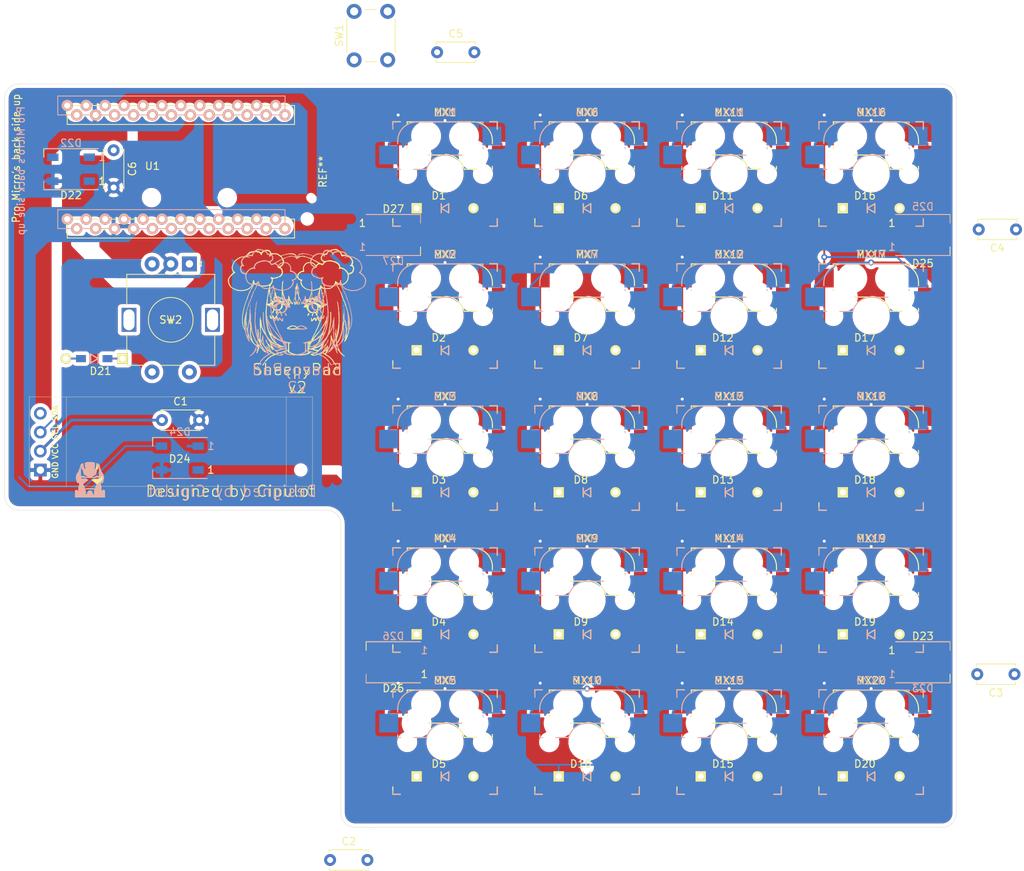
<source format=kicad_pcb>
(kicad_pcb (version 20171130) (host pcbnew 5.1.12-84ad8e8a86~92~ubuntu21.04.1)
  (layers (0 F.Cu signal) (31 B.Cu signal) (34 B.Paste user) (35 F.Paste user) (36 B.SilkS user) (37 F.SilkS user) (38 B.Mask user) (39 F.Mask user) (44 Edge.Cuts user))
  (net 0 "")
  (net 1 "Net-(U1-Pad24)")
  (net 2 GND)
  (net 3 /RESET)
  (net 4 +5V)
  (net 5 "Net-(D1-Pad2)")
  (net 6 "Net-(D2-Pad2)")
  (net 7 "Net-(D3-Pad2)")
  (net 8 "Net-(D4-Pad2)")
  (net 9 "Net-(D5-Pad2)")
  (net 10 "Net-(D6-Pad2)")
  (net 11 "Net-(D7-Pad2)")
  (net 12 "Net-(D8-Pad2)")
  (net 13 "Net-(D9-Pad2)")
  (net 14 "Net-(D10-Pad2)")
  (net 15 "Net-(D11-Pad2)")
  (net 16 "Net-(D13-Pad2)")
  (net 17 "Net-(D14-Pad2)")
  (net 18 "Net-(D15-Pad2)")
  (net 19 "Net-(D16-Pad2)")
  (net 20 "Net-(D17-Pad2)")
  (net 21 "Net-(D18-Pad2)")
  (net 22 "Net-(D19-Pad2)")
  (net 23 "Net-(D20-Pad2)")
  (net 24 "Net-(D12-Pad2)")
  (net 25 /ROW_1)
  (net 26 /ROW_2)
  (net 27 /ROW_3)
  (net 28 /ROW_4)
  (net 29 /COL_1)
  (net 30 /COL_2)
  (net 31 /COL_3)
  (net 32 /COL_4)
  (net 33 /ENC_A)
  (net 34 /ENC_B)
  (net 35 /SDA)
  (net 36 /SCL)
  (net 37 "Net-(D22-Pad2)")
  (net 38 /GLOW_LED)
  (net 39 "Net-(D23-Pad2)")
  (net 40 "Net-(D23-Pad4)")
  (net 41 "Net-(D24-Pad2)")
  (net 42 "Net-(D25-Pad2)")
  (net 43 "Net-(D27-Pad2)")
  (net 44 "Net-(D21-Pad1)")
  (net 45 /ROW_0)
  (net 46 /COL_0)
  (net 47 "Net-(U1-Pad1)")
  (net 48 /DATA)
  (net 49 "Net-(U1-Pad18)")
  (module Arduino:Sparkfun_Pro_Micro_reversible (layer F.Cu) (at 79.502 54.9529 270)
    (fp_text reference U1 (at -0.77 2.54) (layer F.SilkS))
    (fp_text value Sparkfun_Pro_Micro)
    (fp_text user REF** (at 0 -20.32 90) (layer F.SilkS))
    (pad 24 thru_hole circle (at -7.62 -15.24 90) (size 1.524 1.524) (drill 0.8128) (layers *.Cu *.Mask B.SilkS) (net 1 "Net-(U1-Pad24)"))
    (pad 23 thru_hole circle (at -7.62 -12.7 90) (size 1.524 1.524) (drill 0.8128) (layers *.Cu *.Mask B.SilkS) (net 2 GND))
    (pad 22 thru_hole circle (at -7.62 -10.16 90) (size 1.524 1.524) (drill 0.8128) (layers *.Cu *.Mask B.SilkS) (net 3 /RESET))
    (pad 21 thru_hole circle (at -7.62 -7.62 90) (size 1.524 1.524) (drill 0.8128) (layers *.Cu *.Mask B.SilkS) (net 4 +5V))
    (pad 20 thru_hole circle (at -7.62 -5.08 90) (size 1.524 1.524) (drill 0.8128) (layers *.Cu *.Mask B.SilkS) (net 34 /ENC_B))
    (pad 19 thru_hole circle (at -7.62 -2.54 90) (size 1.524 1.524) (drill 0.8128) (layers *.Cu *.Mask B.SilkS) (net 33 /ENC_A))
    (pad 18 thru_hole circle (at -7.62 0 90) (size 1.524 1.524) (drill 0.8128) (layers *.Cu *.Mask B.SilkS) (net 49 "Net-(U1-Pad18)"))
    (pad 17 thru_hole circle (at -7.62 2.54 90) (size 1.524 1.524) (drill 0.8128) (layers *.Cu *.Mask B.SilkS) (net 32 /COL_4))
    (pad 16 thru_hole circle (at -7.62 5.08 90) (size 1.524 1.524) (drill 0.8128) (layers *.Cu *.Mask B.SilkS) (net 31 /COL_3))
    (pad 15 thru_hole circle (at -7.62 7.62 90) (size 1.524 1.524) (drill 0.8128) (layers *.Cu *.Mask B.SilkS) (net 30 /COL_2))
    (pad 14 thru_hole circle (at -7.62 10.16 90) (size 1.524 1.524) (drill 0.8128) (layers *.Cu *.Mask B.SilkS) (net 29 /COL_1))
    (pad 13 thru_hole circle (at -7.62 12.7 90) (size 1.524 1.524) (drill 0.8128) (layers *.Cu *.Mask B.SilkS) (net 46 /COL_0))
    (pad 12 thru_hole circle (at 7.62 12.7 90) (size 1.524 1.524) (drill 0.8128) (layers *.Cu *.Mask B.SilkS) (net 45 /ROW_0))
    (pad 11 thru_hole circle (at 7.62 10.16 90) (size 1.524 1.524) (drill 0.8128) (layers *.Cu *.Mask B.SilkS) (net 25 /ROW_1))
    (pad 10 thru_hole circle (at 7.62 7.62 90) (size 1.524 1.524) (drill 0.8128) (layers *.Cu *.Mask B.SilkS) (net 26 /ROW_2))
    (pad 9 thru_hole circle (at 7.62 5.08 90) (size 1.524 1.524) (drill 0.8128) (layers *.Cu *.Mask B.SilkS) (net 27 /ROW_3))
    (pad 8 thru_hole circle (at 7.62 2.54 90) (size 1.524 1.524) (drill 0.8128) (layers *.Cu *.Mask B.SilkS) (net 28 /ROW_4))
    (pad 7 thru_hole circle (at 7.62 0 90) (size 1.524 1.524) (drill 0.8128) (layers *.Cu *.Mask B.SilkS) (net 38 /GLOW_LED))
    (pad 6 thru_hole circle (at 7.62 -2.54 90) (size 1.524 1.524) (drill 0.8128) (layers *.Cu *.Mask B.SilkS) (net 36 /SCL))
    (pad 5 thru_hole circle (at 7.62 -5.08 90) (size 1.524 1.524) (drill 0.8128) (layers *.Cu *.Mask B.SilkS) (net 35 /SDA))
    (pad 4 thru_hole circle (at 7.62 -7.62 90) (size 1.524 1.524) (drill 0.8128) (layers *.Cu *.Mask B.SilkS) (net 2 GND))
    (pad 3 thru_hole circle (at 7.62 -10.16 90) (size 1.524 1.524) (drill 0.8128) (layers *.Cu *.Mask B.SilkS) (net 2 GND))
    (pad 2 thru_hole circle (at 7.62 -12.7 90) (size 1.524 1.524) (drill 0.8128) (layers *.Cu *.Mask B.SilkS) (net 48 /DATA))
    (pad 1 thru_hole circle (at 7.62 -15.24 90) (size 1.524 1.524) (drill 0.8128) (layers *.Cu *.Mask B.SilkS) (net 47 "Net-(U1-Pad1)"))
    (pad 12 thru_hole circle (at -8.89 13.97 90) (size 1.524 1.524) (drill 0.8128) (layers *.Cu *.Mask B.SilkS) (net 45 /ROW_0))
    (pad 3 thru_hole circle (at -8.89 -8.89 90) (size 1.524 1.524) (drill 0.8128) (layers *.Cu *.Mask B.SilkS) (net 2 GND))
    (pad 4 thru_hole circle (at -8.89 -6.35 90) (size 1.524 1.524) (drill 0.8128) (layers *.Cu *.Mask B.SilkS) (net 2 GND))
    (pad 11 thru_hole circle (at -8.89 11.43 90) (size 1.524 1.524) (drill 0.8128) (layers *.Cu *.Mask B.SilkS) (net 25 /ROW_1))
    (pad 1 thru_hole circle (at -8.89 -13.97 90) (size 1.524 1.524) (drill 0.8128) (layers *.Cu *.Mask B.SilkS) (net 47 "Net-(U1-Pad1)"))
    (pad 5 thru_hole circle (at -8.89 -3.81 90) (size 1.524 1.524) (drill 0.8128) (layers *.Cu *.Mask B.SilkS) (net 35 /SDA))
    (pad 8 thru_hole circle (at -8.89 3.81 90) (size 1.524 1.524) (drill 0.8128) (layers *.Cu *.Mask B.SilkS) (net 28 /ROW_4))
    (pad 6 thru_hole circle (at -8.89 -1.27 90) (size 1.524 1.524) (drill 0.8128) (layers *.Cu *.Mask B.SilkS) (net 36 /SCL))
    (pad 9 thru_hole circle (at -8.89 6.35 90) (size 1.524 1.524) (drill 0.8128) (layers *.Cu *.Mask B.SilkS) (net 27 /ROW_3))
    (pad 10 thru_hole circle (at -8.89 8.89 90) (size 1.524 1.524) (drill 0.8128) (layers *.Cu *.Mask B.SilkS) (net 26 /ROW_2))
    (pad 7 thru_hole circle (at -8.89 1.27 90) (size 1.524 1.524) (drill 0.8128) (layers *.Cu *.Mask B.SilkS) (net 38 /GLOW_LED))
    (pad 2 thru_hole circle (at -8.89 -11.43 90) (size 1.524 1.524) (drill 0.8128) (layers *.Cu *.Mask B.SilkS) (net 48 /DATA))
    (pad 18 thru_hole circle (at 6.35 1.27 90) (size 1.524 1.524) (drill 0.8128) (layers *.Cu *.Mask B.SilkS) (net 49 "Net-(U1-Pad18)"))
    (pad 14 thru_hole circle (at 6.35 11.43 90) (size 1.524 1.524) (drill 0.8128) (layers *.Cu *.Mask B.SilkS) (net 29 /COL_1))
    (pad 22 thru_hole circle (at 6.35 -8.89 90) (size 1.524 1.524) (drill 0.8128) (layers *.Cu *.Mask B.SilkS) (net 3 /RESET))
    (pad 23 thru_hole circle (at 6.35 -11.43 90) (size 1.524 1.524) (drill 0.8128) (layers *.Cu *.Mask B.SilkS) (net 2 GND))
    (pad 13 thru_hole circle (at 6.35 13.97 90) (size 1.524 1.524) (drill 0.8128) (layers *.Cu *.Mask B.SilkS) (net 46 /COL_0))
    (pad 15 thru_hole circle (at 6.35 8.89 90) (size 1.524 1.524) (drill 0.8128) (layers *.Cu *.Mask B.SilkS) (net 30 /COL_2))
    (pad 19 thru_hole circle (at 6.35 -1.27 90) (size 1.524 1.524) (drill 0.8128) (layers *.Cu *.Mask B.SilkS) (net 33 /ENC_A))
    (pad 20 thru_hole circle (at 6.35 -3.81 90) (size 1.524 1.524) (drill 0.8128) (layers *.Cu *.Mask B.SilkS) (net 34 /ENC_B))
    (pad 21 thru_hole circle (at 6.35 -6.35 90) (size 1.524 1.524) (drill 0.8128) (layers *.Cu *.Mask B.SilkS) (net 4 +5V))
    (pad 16 thru_hole circle (at 6.35 6.35 90) (size 1.524 1.524) (drill 0.8128) (layers *.Cu *.Mask B.SilkS) (net 31 /COL_3))
    (pad 17 thru_hole circle (at 6.35 3.81 90) (size 1.524 1.524) (drill 0.8128) (layers *.Cu *.Mask B.SilkS) (net 32 /COL_4))
    (pad 24 thru_hole circle (at 6.35 -13.97 90) (size 1.524 1.524) (drill 0.8128) (layers *.Cu *.Mask B.SilkS) (net 1 "Net-(U1-Pad24)"))
  )
  (module Logos:IronMan_small (layer B.Cu) (at 68.58 96.2025 180)
    (fp_text reference G*** hide)
    (fp_text value LOGO hide)
  )
  (module Logos:IronMan_small (layer F.Cu) (at 68.58 96.2025)
    (fp_text reference G*** hide)
    (fp_text value LOGO hide)
  )
  (module Logos:Sleepy (layer B.Cu) (at 97.14738 72.263 180)
    (fp_text reference G*** hide)
    (fp_text value LOGO hide)
  )
  (module Rotary_Encoder:RotaryEncoder_Alps_EC11E-Switch_Vertical_H20mm (layer F.Cu) (at 81.915 67.31 270)
    (fp_text reference SW2 (at 7.5 2.5 180) (layer F.SilkS))
    (fp_text value Rotary_Encoder_Switch)
    (pad A thru_hole rect (at 0 0 270) (size 2 2) (drill 1) (layers *.Cu *.Mask) (net 33 /ENC_A))
    (pad C thru_hole circle (at 0 2.5 270) (size 2 2) (drill 1) (layers *.Cu *.Mask) (net 2 GND))
    (pad B thru_hole circle (at 0 5 270) (size 2 2) (drill 1) (layers *.Cu *.Mask) (net 34 /ENC_B))
    (pad MP thru_hole rect (at 7.5 -3.1 270) (size 3.2 2) (drill oval 2.8 1.5) (layers *.Cu *.Mask))
    (pad MP thru_hole rect (at 7.5 8.1 270) (size 3.2 2) (drill oval 2.8 1.5) (layers *.Cu *.Mask))
    (pad S2 thru_hole circle (at 14.5 0 270) (size 2 2) (drill 1) (layers *.Cu *.Mask) (net 45 /ROW_0))
    (pad S1 thru_hole circle (at 14.5 5 270) (size 2 2) (drill 1) (layers *.Cu *.Mask) (net 44 "Net-(D21-Pad1)"))
  )
  (module SSD1306:SSD1306-0.91-OLED-4pin-128x32 (layer F.Cu) (at 98.425 97.155 180)
    (fp_text reference Brd1 hide)
    (fp_text value SSD1306)
    (fp_text user SDA (at 34.5 9.81 270) (layer F.SilkS) (effects (font (size 0.75 0.75))))
    (fp_text user SCL (at 34.5 7.27 270) (layer F.SilkS) (effects (font (size 0.75 0.75))))
    (fp_text user VCC (at 34.5 4.73 270) (layer F.SilkS) (effects (font (size 0.75 0.75))))
    (fp_text user GND (at 34.5 2.19 270) (layer F.SilkS) (effects (font (size 0.75 0.75))))
    (pad 4 thru_hole oval (at 36.5 9.81 180) (size 1.7 1.7) (drill 1) (layers *.Cu *.Mask) (net 35 /SDA))
    (pad 3 thru_hole oval (at 36.5 7.27 180) (size 1.7 1.7) (drill 1) (layers *.Cu *.Mask) (net 36 /SCL))
    (pad 2 thru_hole oval (at 36.5 4.73 180) (size 1.7 1.7) (drill 1) (layers *.Cu *.Mask) (net 4 +5V))
    (pad 1 thru_hole rect (at 36.5 2.19 180) (size 1.7 1.7) (drill 1) (layers *.Cu *.Mask) (net 2 GND))
  )
  (module LED_SMD:LED_WS2812B_PLCC4_5.0x5.0mm_P3.2mm (layer F.Cu) (at 66.04 54.61 180)
    (fp_text reference D22 (at 0 -3.5) (layer F.SilkS))
    (fp_text value WS2812B)
    (fp_text user 1 (at -4.15 -1.6) (layer F.SilkS))
    (pad 3 smd rect (at 2.45 1.6 180) (size 1.5 1) (layers F.Cu F.Paste F.Mask) (net 2 GND))
    (pad 4 smd rect (at 2.45 -1.6 180) (size 1.5 1) (layers F.Cu F.Paste F.Mask) (net 38 /GLOW_LED))
    (pad 2 smd rect (at -2.45 1.6 180) (size 1.5 1) (layers F.Cu F.Paste F.Mask) (net 37 "Net-(D22-Pad2)"))
    (pad 1 smd rect (at -2.45 -1.6 180) (size 1.5 1) (layers F.Cu F.Paste F.Mask) (net 4 +5V))
  )
  (module LED_SMD:LED_WS2812B_PLCC4_5.0x5.0mm_P3.2mm (layer F.Cu) (at 80.645 93.345 180)
    (fp_text reference D24 (at 0.0254 -0.1143) (layer F.SilkS))
    (fp_text value WS2812B)
    (fp_text user 1 (at -4.15 -1.6) (layer F.SilkS))
    (pad 3 smd rect (at 2.45 1.6 180) (size 1.5 1) (layers F.Cu F.Paste F.Mask) (net 2 GND))
    (pad 4 smd rect (at 2.45 -1.6 180) (size 1.5 1) (layers F.Cu F.Paste F.Mask) (net 37 "Net-(D22-Pad2)"))
    (pad 2 smd rect (at -2.45 1.6 180) (size 1.5 1) (layers F.Cu F.Paste F.Mask) (net 41 "Net-(D24-Pad2)"))
    (pad 1 smd rect (at -2.45 -1.6 180) (size 1.5 1) (layers F.Cu F.Paste F.Mask) (net 4 +5V))
  )
  (module LED_SMD:LED_WS2812B_PLCC4_5.0x5.0mm_P3.2mm (layer F.Cu) (at 109.2708 120.7389 180)
    (fp_text reference D26 (at 0 -3.5) (layer F.SilkS))
    (fp_text value WS2812B)
    (fp_text user 1 (at -4.15 -1.6) (layer F.SilkS))
    (pad 1 smd rect (at -2.45 -1.6 180) (size 1.5 1) (layers F.Cu F.Paste F.Mask) (net 4 +5V))
    (pad 2 smd rect (at -2.45 1.6 180) (size 1.5 1) (layers F.Cu F.Paste F.Mask) (net 40 "Net-(D23-Pad4)"))
    (pad 4 smd rect (at 2.45 -1.6 180) (size 1.5 1) (layers F.Cu F.Paste F.Mask) (net 41 "Net-(D24-Pad2)"))
    (pad 3 smd rect (at 2.45 1.6 180) (size 1.5 1) (layers F.Cu F.Paste F.Mask) (net 2 GND))
  )
  (module LED_SMD:LED_WS2812B_PLCC4_5.0x5.0mm_P3.2mm (layer F.Cu) (at 109.2708 63.4365)
    (fp_text reference D27 (at 0 -3.5) (layer F.SilkS))
    (fp_text value WS2812B)
    (fp_text user 1 (at -4.15 -1.6) (layer F.SilkS))
    (pad 3 smd rect (at 2.45 1.6) (size 1.5 1) (layers F.Cu F.Paste F.Mask) (net 2 GND))
    (pad 4 smd rect (at 2.45 -1.6) (size 1.5 1) (layers F.Cu F.Paste F.Mask) (net 42 "Net-(D25-Pad2)"))
    (pad 2 smd rect (at -2.45 1.6) (size 1.5 1) (layers F.Cu F.Paste F.Mask) (net 43 "Net-(D27-Pad2)"))
    (pad 1 smd rect (at -2.45 -1.6) (size 1.5 1) (layers F.Cu F.Paste F.Mask) (net 4 +5V))
  )
  (module LED_SMD:LED_WS2812B_PLCC4_5.0x5.0mm_P3.2mm (layer F.Cu) (at 180.2892 63.4365)
    (fp_text reference D25 (at 0 3.81) (layer F.SilkS))
    (fp_text value WS2812B)
    (fp_text user 1 (at -4.15 -1.6) (layer F.SilkS))
    (pad 3 smd rect (at 2.45 1.6) (size 1.5 1) (layers F.Cu F.Paste F.Mask) (net 2 GND))
    (pad 4 smd rect (at 2.45 -1.6) (size 1.5 1) (layers F.Cu F.Paste F.Mask) (net 39 "Net-(D23-Pad2)"))
    (pad 2 smd rect (at -2.45 1.6) (size 1.5 1) (layers F.Cu F.Paste F.Mask) (net 42 "Net-(D25-Pad2)"))
    (pad 1 smd rect (at -2.45 -1.6) (size 1.5 1) (layers F.Cu F.Paste F.Mask) (net 4 +5V))
  )
  (module LED_SMD:LED_WS2812B_PLCC4_5.0x5.0mm_P3.2mm (layer F.Cu) (at 180.2892 120.7389)
    (fp_text reference D23 (at 0 -3.5) (layer F.SilkS))
    (fp_text value WS2812B)
    (fp_text user 1 (at -4.15 -1.6) (layer F.SilkS))
    (pad 3 smd rect (at 2.45 1.6) (size 1.5 1) (layers F.Cu F.Paste F.Mask) (net 2 GND))
    (pad 4 smd rect (at 2.45 -1.6) (size 1.5 1) (layers F.Cu F.Paste F.Mask) (net 40 "Net-(D23-Pad4)"))
    (pad 2 smd rect (at -2.45 1.6) (size 1.5 1) (layers F.Cu F.Paste F.Mask) (net 39 "Net-(D23-Pad2)"))
    (pad 1 smd rect (at -2.45 -1.6) (size 1.5 1) (layers F.Cu F.Paste F.Mask) (net 4 +5V))
  )
  (module Keyswitches:Kailh_socket_MX_optional_reversible_FLIP (layer F.Cu) (at 135.255 131.445)
    (fp_text reference MX10 (at 0 -8.255) (layer F.SilkS))
    (fp_text value MX-NoLED)
    (fp_text user %R (at 0 -8.255) (layer B.SilkS) (effects (justify mirror)))
    (pad 2 smd rect (at 7.56 -2.54) (size 2.55 2.5) (layers F.Cu F.Paste F.Mask) (net 14 "Net-(D10-Pad2)"))
    (pad "" np_thru_hole circle (at -5.08 0) (size 1.7018 1.7018) (drill 1.7018) (layers *.Cu *.Mask))
    (pad "" np_thru_hole circle (at 5.08 0) (size 1.7018 1.7018) (drill 1.7018) (layers *.Cu *.Mask))
    (pad "" np_thru_hole circle (at 0 0) (size 3.9878 3.9878) (drill 3.9878) (layers *.Cu *.Mask))
    (pad "" np_thru_hole circle (at 2.54 -5.08) (size 3 3) (drill 3) (layers *.Cu *.Mask))
    (pad "" np_thru_hole circle (at -3.81 -2.54) (size 3 3) (drill 3) (layers *.Cu *.Mask))
    (pad 1 smd rect (at -6.29 -5.08) (size 2.55 2.5) (layers F.Cu F.Paste F.Mask) (net 30 /COL_2))
    (pad "" np_thru_hole circle (at 3.81 -2.54) (size 3 3) (drill 3) (layers *.Cu *.Mask))
    (pad "" np_thru_hole circle (at -2.54 -5.08) (size 3 3) (drill 3) (layers *.Cu *.Mask))
    (pad 2 smd rect (at -7.56 -2.54) (size 2.55 2.5) (layers B.Cu B.Paste B.Mask) (net 14 "Net-(D10-Pad2)"))
    (pad 1 smd rect (at 6.29 -5.08) (size 2.55 2.5) (layers B.Cu B.Paste B.Mask) (net 30 /COL_2))
  )
  (module Keyswitches:Kailh_socket_MX_optional_reversible_FLIP (layer F.Cu) (at 173.355 112.395)
    (fp_text reference MX19 (at 0 -8.255) (layer F.SilkS))
    (fp_text value MX-NoLED)
    (fp_text user %R (at 0 -8.255) (layer B.SilkS) (effects (justify mirror)))
    (pad 2 smd rect (at 7.56 -2.54) (size 2.55 2.5) (layers F.Cu F.Paste F.Mask) (net 22 "Net-(D19-Pad2)"))
    (pad "" np_thru_hole circle (at -5.08 0) (size 1.7018 1.7018) (drill 1.7018) (layers *.Cu *.Mask))
    (pad "" np_thru_hole circle (at 5.08 0) (size 1.7018 1.7018) (drill 1.7018) (layers *.Cu *.Mask))
    (pad "" np_thru_hole circle (at 0 0) (size 3.9878 3.9878) (drill 3.9878) (layers *.Cu *.Mask))
    (pad "" np_thru_hole circle (at 2.54 -5.08) (size 3 3) (drill 3) (layers *.Cu *.Mask))
    (pad "" np_thru_hole circle (at -3.81 -2.54) (size 3 3) (drill 3) (layers *.Cu *.Mask))
    (pad 1 smd rect (at -6.29 -5.08) (size 2.55 2.5) (layers F.Cu F.Paste F.Mask) (net 32 /COL_4))
    (pad "" np_thru_hole circle (at 3.81 -2.54) (size 3 3) (drill 3) (layers *.Cu *.Mask))
    (pad "" np_thru_hole circle (at -2.54 -5.08) (size 3 3) (drill 3) (layers *.Cu *.Mask))
    (pad 2 smd rect (at -7.56 -2.54) (size 2.55 2.5) (layers B.Cu B.Paste B.Mask) (net 22 "Net-(D19-Pad2)"))
    (pad 1 smd rect (at 6.29 -5.08) (size 2.55 2.5) (layers B.Cu B.Paste B.Mask) (net 32 /COL_4))
  )
  (module Keyswitches:Kailh_socket_MX_optional_reversible_FLIP (layer F.Cu) (at 116.205 112.395)
    (fp_text reference MX4 (at 0 -8.255) (layer F.SilkS))
    (fp_text value MX-NoLED)
    (fp_text user %R (at 0 -8.255) (layer B.SilkS) (effects (justify mirror)))
    (pad 2 smd rect (at 7.56 -2.54) (size 2.55 2.5) (layers F.Cu F.Paste F.Mask) (net 8 "Net-(D4-Pad2)"))
    (pad "" np_thru_hole circle (at -5.08 0) (size 1.7018 1.7018) (drill 1.7018) (layers *.Cu *.Mask))
    (pad "" np_thru_hole circle (at 5.08 0) (size 1.7018 1.7018) (drill 1.7018) (layers *.Cu *.Mask))
    (pad "" np_thru_hole circle (at 0 0) (size 3.9878 3.9878) (drill 3.9878) (layers *.Cu *.Mask))
    (pad "" np_thru_hole circle (at 2.54 -5.08) (size 3 3) (drill 3) (layers *.Cu *.Mask))
    (pad "" np_thru_hole circle (at -3.81 -2.54) (size 3 3) (drill 3) (layers *.Cu *.Mask))
    (pad 1 smd rect (at -6.29 -5.08) (size 2.55 2.5) (layers F.Cu F.Paste F.Mask) (net 29 /COL_1))
    (pad "" np_thru_hole circle (at 3.81 -2.54) (size 3 3) (drill 3) (layers *.Cu *.Mask))
    (pad "" np_thru_hole circle (at -2.54 -5.08) (size 3 3) (drill 3) (layers *.Cu *.Mask))
    (pad 2 smd rect (at -7.56 -2.54) (size 2.55 2.5) (layers B.Cu B.Paste B.Mask) (net 8 "Net-(D4-Pad2)"))
    (pad 1 smd rect (at 6.29 -5.08) (size 2.55 2.5) (layers B.Cu B.Paste B.Mask) (net 29 /COL_1))
  )
  (module Random-keyboard-parts:Diode_SMD_THT_DUAL (layer F.Cu) (at 69.1515 80.01 90)
    (fp_text reference D21 (at -1.67894 0.84328) (layer F.SilkS))
    (fp_text value D_Small)
    (pad 1 smd rect (at 0 1.775 180) (size 1.3 0.95) (layers F.Cu F.Paste F.Mask) (net 44 "Net-(D21-Pad1)"))
    (pad 2 smd rect (at 0 -1.775 180) (size 1.3 0.95) (layers B.Cu B.Paste B.Mask) (net 46 /COL_0))
    (pad 1 smd rect (at 0 1.775 180) (size 1.3 0.95) (layers B.Cu B.Paste B.Mask) (net 44 "Net-(D21-Pad1)"))
    (pad 1 thru_hole rect (at 0 3.81 180) (size 1.397 1.397) (drill 0.8128) (layers *.Cu *.Mask F.SilkS) (net 44 "Net-(D21-Pad1)"))
    (pad 2 thru_hole circle (at 0 -3.81 180) (size 1.397 1.397) (drill 0.8128) (layers *.Cu *.Mask F.SilkS) (net 46 /COL_0))
    (pad 2 smd rect (at 0 -1.775 180) (size 1.3 0.95) (layers F.Cu F.Paste F.Mask) (net 46 /COL_0))
  )
  (module Random-keyboard-parts:Diode_SMD_THT_DUAL (layer F.Cu) (at 173.355 136.0424 270)
    (fp_text reference D20 (at -1.67894 0.84328) (layer F.SilkS))
    (fp_text value D_Small)
    (pad 1 smd rect (at 0 1.775) (size 1.3 0.95) (layers F.Cu F.Paste F.Mask) (net 28 /ROW_4))
    (pad 2 smd rect (at 0 -1.775) (size 1.3 0.95) (layers B.Cu B.Paste B.Mask) (net 23 "Net-(D20-Pad2)"))
    (pad 1 smd rect (at 0 1.775) (size 1.3 0.95) (layers B.Cu B.Paste B.Mask) (net 28 /ROW_4))
    (pad 1 thru_hole rect (at 0 3.81) (size 1.397 1.397) (drill 0.8128) (layers *.Cu *.Mask F.SilkS) (net 28 /ROW_4))
    (pad 2 thru_hole circle (at 0 -3.81) (size 1.397 1.397) (drill 0.8128) (layers *.Cu *.Mask F.SilkS) (net 23 "Net-(D20-Pad2)"))
    (pad 2 smd rect (at 0 -1.775) (size 1.3 0.95) (layers F.Cu F.Paste F.Mask) (net 23 "Net-(D20-Pad2)"))
  )
  (module Random-keyboard-parts:Diode_SMD_THT_DUAL (layer F.Cu) (at 173.355 116.9924 270)
    (fp_text reference D19 (at -1.67894 0.84328) (layer F.SilkS))
    (fp_text value D_Small)
    (pad 1 smd rect (at 0 1.775) (size 1.3 0.95) (layers F.Cu F.Paste F.Mask) (net 27 /ROW_3))
    (pad 2 smd rect (at 0 -1.775) (size 1.3 0.95) (layers B.Cu B.Paste B.Mask) (net 22 "Net-(D19-Pad2)"))
    (pad 1 smd rect (at 0 1.775) (size 1.3 0.95) (layers B.Cu B.Paste B.Mask) (net 27 /ROW_3))
    (pad 1 thru_hole rect (at 0 3.81) (size 1.397 1.397) (drill 0.8128) (layers *.Cu *.Mask F.SilkS) (net 27 /ROW_3))
    (pad 2 thru_hole circle (at 0 -3.81) (size 1.397 1.397) (drill 0.8128) (layers *.Cu *.Mask F.SilkS) (net 22 "Net-(D19-Pad2)"))
    (pad 2 smd rect (at 0 -1.775) (size 1.3 0.95) (layers F.Cu F.Paste F.Mask) (net 22 "Net-(D19-Pad2)"))
  )
  (module Random-keyboard-parts:Diode_SMD_THT_DUAL (layer F.Cu) (at 173.355 97.9424 270)
    (fp_text reference D18 (at -1.67894 0.84328) (layer F.SilkS))
    (fp_text value D_Small)
    (pad 1 smd rect (at 0 1.775) (size 1.3 0.95) (layers F.Cu F.Paste F.Mask) (net 26 /ROW_2))
    (pad 2 smd rect (at 0 -1.775) (size 1.3 0.95) (layers B.Cu B.Paste B.Mask) (net 21 "Net-(D18-Pad2)"))
    (pad 1 smd rect (at 0 1.775) (size 1.3 0.95) (layers B.Cu B.Paste B.Mask) (net 26 /ROW_2))
    (pad 1 thru_hole rect (at 0 3.81) (size 1.397 1.397) (drill 0.8128) (layers *.Cu *.Mask F.SilkS) (net 26 /ROW_2))
    (pad 2 thru_hole circle (at 0 -3.81) (size 1.397 1.397) (drill 0.8128) (layers *.Cu *.Mask F.SilkS) (net 21 "Net-(D18-Pad2)"))
    (pad 2 smd rect (at 0 -1.775) (size 1.3 0.95) (layers F.Cu F.Paste F.Mask) (net 21 "Net-(D18-Pad2)"))
  )
  (module Random-keyboard-parts:Diode_SMD_THT_DUAL (layer F.Cu) (at 173.355 78.8924 270)
    (fp_text reference D17 (at -1.67894 0.84328) (layer F.SilkS))
    (fp_text value D_Small)
    (pad 1 smd rect (at 0 1.775) (size 1.3 0.95) (layers F.Cu F.Paste F.Mask) (net 25 /ROW_1))
    (pad 2 smd rect (at 0 -1.775) (size 1.3 0.95) (layers B.Cu B.Paste B.Mask) (net 20 "Net-(D17-Pad2)"))
    (pad 1 smd rect (at 0 1.775) (size 1.3 0.95) (layers B.Cu B.Paste B.Mask) (net 25 /ROW_1))
    (pad 1 thru_hole rect (at 0 3.81) (size 1.397 1.397) (drill 0.8128) (layers *.Cu *.Mask F.SilkS) (net 25 /ROW_1))
    (pad 2 thru_hole circle (at 0 -3.81) (size 1.397 1.397) (drill 0.8128) (layers *.Cu *.Mask F.SilkS) (net 20 "Net-(D17-Pad2)"))
    (pad 2 smd rect (at 0 -1.775) (size 1.3 0.95) (layers F.Cu F.Paste F.Mask) (net 20 "Net-(D17-Pad2)"))
  )
  (module Random-keyboard-parts:Diode_SMD_THT_DUAL (layer F.Cu) (at 173.355 59.8424 270)
    (fp_text reference D16 (at -1.67894 0.84328) (layer F.SilkS))
    (fp_text value D_Small)
    (pad 1 smd rect (at 0 1.775) (size 1.3 0.95) (layers F.Cu F.Paste F.Mask) (net 45 /ROW_0))
    (pad 2 smd rect (at 0 -1.775) (size 1.3 0.95) (layers B.Cu B.Paste B.Mask) (net 19 "Net-(D16-Pad2)"))
    (pad 1 smd rect (at 0 1.775) (size 1.3 0.95) (layers B.Cu B.Paste B.Mask) (net 45 /ROW_0))
    (pad 1 thru_hole rect (at 0 3.81) (size 1.397 1.397) (drill 0.8128) (layers *.Cu *.Mask F.SilkS) (net 45 /ROW_0))
    (pad 2 thru_hole circle (at 0 -3.81) (size 1.397 1.397) (drill 0.8128) (layers *.Cu *.Mask F.SilkS) (net 19 "Net-(D16-Pad2)"))
    (pad 2 smd rect (at 0 -1.775) (size 1.3 0.95) (layers F.Cu F.Paste F.Mask) (net 19 "Net-(D16-Pad2)"))
  )
  (module Random-keyboard-parts:Diode_SMD_THT_DUAL (layer F.Cu) (at 154.305 136.0424 270)
    (fp_text reference D15 (at -1.67894 0.84328) (layer F.SilkS))
    (fp_text value D_Small)
    (pad 1 smd rect (at 0 1.775) (size 1.3 0.95) (layers F.Cu F.Paste F.Mask) (net 28 /ROW_4))
    (pad 2 smd rect (at 0 -1.775) (size 1.3 0.95) (layers B.Cu B.Paste B.Mask) (net 18 "Net-(D15-Pad2)"))
    (pad 1 smd rect (at 0 1.775) (size 1.3 0.95) (layers B.Cu B.Paste B.Mask) (net 28 /ROW_4))
    (pad 1 thru_hole rect (at 0 3.81) (size 1.397 1.397) (drill 0.8128) (layers *.Cu *.Mask F.SilkS) (net 28 /ROW_4))
    (pad 2 thru_hole circle (at 0 -3.81) (size 1.397 1.397) (drill 0.8128) (layers *.Cu *.Mask F.SilkS) (net 18 "Net-(D15-Pad2)"))
    (pad 2 smd rect (at 0 -1.775) (size 1.3 0.95) (layers F.Cu F.Paste F.Mask) (net 18 "Net-(D15-Pad2)"))
  )
  (module Random-keyboard-parts:Diode_SMD_THT_DUAL (layer F.Cu) (at 154.305 116.9924 270)
    (fp_text reference D14 (at -1.67894 0.84328) (layer F.SilkS))
    (fp_text value D_Small)
    (pad 1 smd rect (at 0 1.775) (size 1.3 0.95) (layers F.Cu F.Paste F.Mask) (net 27 /ROW_3))
    (pad 2 smd rect (at 0 -1.775) (size 1.3 0.95) (layers B.Cu B.Paste B.Mask) (net 17 "Net-(D14-Pad2)"))
    (pad 1 smd rect (at 0 1.775) (size 1.3 0.95) (layers B.Cu B.Paste B.Mask) (net 27 /ROW_3))
    (pad 1 thru_hole rect (at 0 3.81) (size 1.397 1.397) (drill 0.8128) (layers *.Cu *.Mask F.SilkS) (net 27 /ROW_3))
    (pad 2 thru_hole circle (at 0 -3.81) (size 1.397 1.397) (drill 0.8128) (layers *.Cu *.Mask F.SilkS) (net 17 "Net-(D14-Pad2)"))
    (pad 2 smd rect (at 0 -1.775) (size 1.3 0.95) (layers F.Cu F.Paste F.Mask) (net 17 "Net-(D14-Pad2)"))
  )
  (module Random-keyboard-parts:Diode_SMD_THT_DUAL (layer F.Cu) (at 154.305 97.9424 270)
    (fp_text reference D13 (at -1.67894 0.84328) (layer F.SilkS))
    (fp_text value D_Small)
    (pad 1 smd rect (at 0 1.775) (size 1.3 0.95) (layers F.Cu F.Paste F.Mask) (net 26 /ROW_2))
    (pad 2 smd rect (at 0 -1.775) (size 1.3 0.95) (layers B.Cu B.Paste B.Mask) (net 16 "Net-(D13-Pad2)"))
    (pad 1 smd rect (at 0 1.775) (size 1.3 0.95) (layers B.Cu B.Paste B.Mask) (net 26 /ROW_2))
    (pad 1 thru_hole rect (at 0 3.81) (size 1.397 1.397) (drill 0.8128) (layers *.Cu *.Mask F.SilkS) (net 26 /ROW_2))
    (pad 2 thru_hole circle (at 0 -3.81) (size 1.397 1.397) (drill 0.8128) (layers *.Cu *.Mask F.SilkS) (net 16 "Net-(D13-Pad2)"))
    (pad 2 smd rect (at 0 -1.775) (size 1.3 0.95) (layers F.Cu F.Paste F.Mask) (net 16 "Net-(D13-Pad2)"))
  )
  (module Random-keyboard-parts:Diode_SMD_THT_DUAL (layer F.Cu) (at 154.305 78.8924 270)
    (fp_text reference D12 (at -1.67894 0.84328) (layer F.SilkS))
    (fp_text value D_Small)
    (pad 1 smd rect (at 0 1.775) (size 1.3 0.95) (layers F.Cu F.Paste F.Mask) (net 25 /ROW_1))
    (pad 2 smd rect (at 0 -1.775) (size 1.3 0.95) (layers B.Cu B.Paste B.Mask) (net 24 "Net-(D12-Pad2)"))
    (pad 1 smd rect (at 0 1.775) (size 1.3 0.95) (layers B.Cu B.Paste B.Mask) (net 25 /ROW_1))
    (pad 1 thru_hole rect (at 0 3.81) (size 1.397 1.397) (drill 0.8128) (layers *.Cu *.Mask F.SilkS) (net 25 /ROW_1))
    (pad 2 thru_hole circle (at 0 -3.81) (size 1.397 1.397) (drill 0.8128) (layers *.Cu *.Mask F.SilkS) (net 24 "Net-(D12-Pad2)"))
    (pad 2 smd rect (at 0 -1.775) (size 1.3 0.95) (layers F.Cu F.Paste F.Mask) (net 24 "Net-(D12-Pad2)"))
  )
  (module Random-keyboard-parts:Diode_SMD_THT_DUAL (layer F.Cu) (at 154.305 59.8424 270)
    (fp_text reference D11 (at -1.67894 0.84328) (layer F.SilkS))
    (fp_text value D_Small)
    (pad 1 smd rect (at 0 1.775) (size 1.3 0.95) (layers F.Cu F.Paste F.Mask) (net 45 /ROW_0))
    (pad 2 smd rect (at 0 -1.775) (size 1.3 0.95) (layers B.Cu B.Paste B.Mask) (net 15 "Net-(D11-Pad2)"))
    (pad 1 smd rect (at 0 1.775) (size 1.3 0.95) (layers B.Cu B.Paste B.Mask) (net 45 /ROW_0))
    (pad 1 thru_hole rect (at 0 3.81) (size 1.397 1.397) (drill 0.8128) (layers *.Cu *.Mask F.SilkS) (net 45 /ROW_0))
    (pad 2 thru_hole circle (at 0 -3.81) (size 1.397 1.397) (drill 0.8128) (layers *.Cu *.Mask F.SilkS) (net 15 "Net-(D11-Pad2)"))
    (pad 2 smd rect (at 0 -1.775) (size 1.3 0.95) (layers F.Cu F.Paste F.Mask) (net 15 "Net-(D11-Pad2)"))
  )
  (module Random-keyboard-parts:Diode_SMD_THT_DUAL (layer F.Cu) (at 135.255 136.0424 270)
    (fp_text reference D10 (at -1.67894 0.84328) (layer F.SilkS))
    (fp_text value D_Small)
    (pad 1 smd rect (at 0 1.775) (size 1.3 0.95) (layers F.Cu F.Paste F.Mask) (net 28 /ROW_4))
    (pad 2 smd rect (at 0 -1.775) (size 1.3 0.95) (layers B.Cu B.Paste B.Mask) (net 14 "Net-(D10-Pad2)"))
    (pad 1 smd rect (at 0 1.775) (size 1.3 0.95) (layers B.Cu B.Paste B.Mask) (net 28 /ROW_4))
    (pad 1 thru_hole rect (at 0 3.81) (size 1.397 1.397) (drill 0.8128) (layers *.Cu *.Mask F.SilkS) (net 28 /ROW_4))
    (pad 2 thru_hole circle (at 0 -3.81) (size 1.397 1.397) (drill 0.8128) (layers *.Cu *.Mask F.SilkS) (net 14 "Net-(D10-Pad2)"))
    (pad 2 smd rect (at 0 -1.775) (size 1.3 0.95) (layers F.Cu F.Paste F.Mask) (net 14 "Net-(D10-Pad2)"))
  )
  (module Random-keyboard-parts:Diode_SMD_THT_DUAL (layer F.Cu) (at 135.255 116.9924 270)
    (fp_text reference D9 (at -1.67894 0.84328) (layer F.SilkS))
    (fp_text value D_Small)
    (pad 1 smd rect (at 0 1.775) (size 1.3 0.95) (layers F.Cu F.Paste F.Mask) (net 27 /ROW_3))
    (pad 2 smd rect (at 0 -1.775) (size 1.3 0.95) (layers B.Cu B.Paste B.Mask) (net 13 "Net-(D9-Pad2)"))
    (pad 1 smd rect (at 0 1.775) (size 1.3 0.95) (layers B.Cu B.Paste B.Mask) (net 27 /ROW_3))
    (pad 1 thru_hole rect (at 0 3.81) (size 1.397 1.397) (drill 0.8128) (layers *.Cu *.Mask F.SilkS) (net 27 /ROW_3))
    (pad 2 thru_hole circle (at 0 -3.81) (size 1.397 1.397) (drill 0.8128) (layers *.Cu *.Mask F.SilkS) (net 13 "Net-(D9-Pad2)"))
    (pad 2 smd rect (at 0 -1.775) (size 1.3 0.95) (layers F.Cu F.Paste F.Mask) (net 13 "Net-(D9-Pad2)"))
  )
  (module Random-keyboard-parts:Diode_SMD_THT_DUAL (layer F.Cu) (at 135.255 97.9424 270)
    (fp_text reference D8 (at -1.67894 0.84328) (layer F.SilkS))
    (fp_text value D_Small)
    (pad 1 smd rect (at 0 1.775) (size 1.3 0.95) (layers F.Cu F.Paste F.Mask) (net 26 /ROW_2))
    (pad 2 smd rect (at 0 -1.775) (size 1.3 0.95) (layers B.Cu B.Paste B.Mask) (net 12 "Net-(D8-Pad2)"))
    (pad 1 smd rect (at 0 1.775) (size 1.3 0.95) (layers B.Cu B.Paste B.Mask) (net 26 /ROW_2))
    (pad 1 thru_hole rect (at 0 3.81) (size 1.397 1.397) (drill 0.8128) (layers *.Cu *.Mask F.SilkS) (net 26 /ROW_2))
    (pad 2 thru_hole circle (at 0 -3.81) (size 1.397 1.397) (drill 0.8128) (layers *.Cu *.Mask F.SilkS) (net 12 "Net-(D8-Pad2)"))
    (pad 2 smd rect (at 0 -1.775) (size 1.3 0.95) (layers F.Cu F.Paste F.Mask) (net 12 "Net-(D8-Pad2)"))
  )
  (module Random-keyboard-parts:Diode_SMD_THT_DUAL (layer F.Cu) (at 135.255 78.8924 270)
    (fp_text reference D7 (at -1.67894 0.84328) (layer F.SilkS))
    (fp_text value D_Small)
    (pad 1 smd rect (at 0 1.775) (size 1.3 0.95) (layers F.Cu F.Paste F.Mask) (net 25 /ROW_1))
    (pad 2 smd rect (at 0 -1.775) (size 1.3 0.95) (layers B.Cu B.Paste B.Mask) (net 11 "Net-(D7-Pad2)"))
    (pad 1 smd rect (at 0 1.775) (size 1.3 0.95) (layers B.Cu B.Paste B.Mask) (net 25 /ROW_1))
    (pad 1 thru_hole rect (at 0 3.81) (size 1.397 1.397) (drill 0.8128) (layers *.Cu *.Mask F.SilkS) (net 25 /ROW_1))
    (pad 2 thru_hole circle (at 0 -3.81) (size 1.397 1.397) (drill 0.8128) (layers *.Cu *.Mask F.SilkS) (net 11 "Net-(D7-Pad2)"))
    (pad 2 smd rect (at 0 -1.775) (size 1.3 0.95) (layers F.Cu F.Paste F.Mask) (net 11 "Net-(D7-Pad2)"))
  )
  (module Random-keyboard-parts:Diode_SMD_THT_DUAL (layer F.Cu) (at 135.255 59.8424 270)
    (fp_text reference D6 (at -1.67894 0.84328) (layer F.SilkS))
    (fp_text value D_Small)
    (pad 1 smd rect (at 0 1.775) (size 1.3 0.95) (layers F.Cu F.Paste F.Mask) (net 45 /ROW_0))
    (pad 2 smd rect (at 0 -1.775) (size 1.3 0.95) (layers B.Cu B.Paste B.Mask) (net 10 "Net-(D6-Pad2)"))
    (pad 1 smd rect (at 0 1.775) (size 1.3 0.95) (layers B.Cu B.Paste B.Mask) (net 45 /ROW_0))
    (pad 1 thru_hole rect (at 0 3.81) (size 1.397 1.397) (drill 0.8128) (layers *.Cu *.Mask F.SilkS) (net 45 /ROW_0))
    (pad 2 thru_hole circle (at 0 -3.81) (size 1.397 1.397) (drill 0.8128) (layers *.Cu *.Mask F.SilkS) (net 10 "Net-(D6-Pad2)"))
    (pad 2 smd rect (at 0 -1.775) (size 1.3 0.95) (layers F.Cu F.Paste F.Mask) (net 10 "Net-(D6-Pad2)"))
  )
  (module Random-keyboard-parts:Diode_SMD_THT_DUAL (layer F.Cu) (at 116.205 136.0424 270)
    (fp_text reference D5 (at -1.67894 0.84328) (layer F.SilkS))
    (fp_text value D_Small)
    (pad 1 smd rect (at 0 1.775) (size 1.3 0.95) (layers F.Cu F.Paste F.Mask) (net 28 /ROW_4))
    (pad 2 smd rect (at 0 -1.775) (size 1.3 0.95) (layers B.Cu B.Paste B.Mask) (net 9 "Net-(D5-Pad2)"))
    (pad 1 smd rect (at 0 1.775) (size 1.3 0.95) (layers B.Cu B.Paste B.Mask) (net 28 /ROW_4))
    (pad 1 thru_hole rect (at 0 3.81) (size 1.397 1.397) (drill 0.8128) (layers *.Cu *.Mask F.SilkS) (net 28 /ROW_4))
    (pad 2 thru_hole circle (at 0 -3.81) (size 1.397 1.397) (drill 0.8128) (layers *.Cu *.Mask F.SilkS) (net 9 "Net-(D5-Pad2)"))
    (pad 2 smd rect (at 0 -1.775) (size 1.3 0.95) (layers F.Cu F.Paste F.Mask) (net 9 "Net-(D5-Pad2)"))
  )
  (module Random-keyboard-parts:Diode_SMD_THT_DUAL (layer F.Cu) (at 116.205 116.9924 270)
    (fp_text reference D4 (at -1.67894 0.84328) (layer F.SilkS))
    (fp_text value D_Small)
    (pad 1 smd rect (at 0 1.775) (size 1.3 0.95) (layers F.Cu F.Paste F.Mask) (net 27 /ROW_3))
    (pad 2 smd rect (at 0 -1.775) (size 1.3 0.95) (layers B.Cu B.Paste B.Mask) (net 8 "Net-(D4-Pad2)"))
    (pad 1 smd rect (at 0 1.775) (size 1.3 0.95) (layers B.Cu B.Paste B.Mask) (net 27 /ROW_3))
    (pad 1 thru_hole rect (at 0 3.81) (size 1.397 1.397) (drill 0.8128) (layers *.Cu *.Mask F.SilkS) (net 27 /ROW_3))
    (pad 2 thru_hole circle (at 0 -3.81) (size 1.397 1.397) (drill 0.8128) (layers *.Cu *.Mask F.SilkS) (net 8 "Net-(D4-Pad2)"))
    (pad 2 smd rect (at 0 -1.775) (size 1.3 0.95) (layers F.Cu F.Paste F.Mask) (net 8 "Net-(D4-Pad2)"))
  )
  (module Random-keyboard-parts:Diode_SMD_THT_DUAL (layer F.Cu) (at 116.205 97.9424 270)
    (fp_text reference D3 (at -1.67894 0.84328) (layer F.SilkS))
    (fp_text value D_Small)
    (pad 1 smd rect (at 0 1.775) (size 1.3 0.95) (layers F.Cu F.Paste F.Mask) (net 26 /ROW_2))
    (pad 2 smd rect (at 0 -1.775) (size 1.3 0.95) (layers B.Cu B.Paste B.Mask) (net 7 "Net-(D3-Pad2)"))
    (pad 1 smd rect (at 0 1.775) (size 1.3 0.95) (layers B.Cu B.Paste B.Mask) (net 26 /ROW_2))
    (pad 1 thru_hole rect (at 0 3.81) (size 1.397 1.397) (drill 0.8128) (layers *.Cu *.Mask F.SilkS) (net 26 /ROW_2))
    (pad 2 thru_hole circle (at 0 -3.81) (size 1.397 1.397) (drill 0.8128) (layers *.Cu *.Mask F.SilkS) (net 7 "Net-(D3-Pad2)"))
    (pad 2 smd rect (at 0 -1.775) (size 1.3 0.95) (layers F.Cu F.Paste F.Mask) (net 7 "Net-(D3-Pad2)"))
  )
  (module Random-keyboard-parts:Diode_SMD_THT_DUAL (layer F.Cu) (at 116.205 78.8924 270)
    (fp_text reference D2 (at -1.67894 0.84328) (layer F.SilkS))
    (fp_text value D_Small)
    (pad 1 smd rect (at 0 1.775) (size 1.3 0.95) (layers F.Cu F.Paste F.Mask) (net 25 /ROW_1))
    (pad 2 smd rect (at 0 -1.775) (size 1.3 0.95) (layers B.Cu B.Paste B.Mask) (net 6 "Net-(D2-Pad2)"))
    (pad 1 smd rect (at 0 1.775) (size 1.3 0.95) (layers B.Cu B.Paste B.Mask) (net 25 /ROW_1))
    (pad 1 thru_hole rect (at 0 3.81) (size 1.397 1.397) (drill 0.8128) (layers *.Cu *.Mask F.SilkS) (net 25 /ROW_1))
    (pad 2 thru_hole circle (at 0 -3.81) (size 1.397 1.397) (drill 0.8128) (layers *.Cu *.Mask F.SilkS) (net 6 "Net-(D2-Pad2)"))
    (pad 2 smd rect (at 0 -1.775) (size 1.3 0.95) (layers F.Cu F.Paste F.Mask) (net 6 "Net-(D2-Pad2)"))
  )
  (module Random-keyboard-parts:Diode_SMD_THT_DUAL (layer F.Cu) (at 116.205 59.8424 270)
    (fp_text reference D1 (at -1.67894 0.84328) (layer F.SilkS))
    (fp_text value D_Small)
    (pad 1 smd rect (at 0 1.775) (size 1.3 0.95) (layers F.Cu F.Paste F.Mask) (net 45 /ROW_0))
    (pad 2 smd rect (at 0 -1.775) (size 1.3 0.95) (layers B.Cu B.Paste B.Mask) (net 5 "Net-(D1-Pad2)"))
    (pad 1 smd rect (at 0 1.775) (size 1.3 0.95) (layers B.Cu B.Paste B.Mask) (net 45 /ROW_0))
    (pad 1 thru_hole rect (at 0 3.81) (size 1.397 1.397) (drill 0.8128) (layers *.Cu *.Mask F.SilkS) (net 45 /ROW_0))
    (pad 2 thru_hole circle (at 0 -3.81) (size 1.397 1.397) (drill 0.8128) (layers *.Cu *.Mask F.SilkS) (net 5 "Net-(D1-Pad2)"))
    (pad 2 smd rect (at 0 -1.775) (size 1.3 0.95) (layers F.Cu F.Paste F.Mask) (net 5 "Net-(D1-Pad2)"))
  )
  (module Button_Switch_THT:SW_PUSH_6mm (layer F.Cu) (at 104.013 39.9415 90)
    (fp_text reference SW1 (at 3.25 -2 90) (layer F.SilkS))
    (fp_text value SW_Push)
    (pad 1 thru_hole circle (at 6.5 0 180) (size 2 2) (drill 1.1) (layers *.Cu *.Mask) (net 2 GND))
    (pad 2 thru_hole circle (at 6.5 4.5 180) (size 2 2) (drill 1.1) (layers *.Cu *.Mask) (net 3 /RESET))
    (pad 1 thru_hole circle (at 0 0 180) (size 2 2) (drill 1.1) (layers *.Cu *.Mask) (net 2 GND))
    (pad 2 thru_hole circle (at 0 4.5 180) (size 2 2) (drill 1.1) (layers *.Cu *.Mask) (net 3 /RESET))
  )
  (module Keyswitches:Kailh_socket_MX_optional_reversible_FLIP (layer F.Cu) (at 173.355 131.445)
    (fp_text reference MX20 (at 0 -8.255) (layer F.SilkS))
    (fp_text value MX-NoLED)
    (fp_text user %R (at 0 -8.255) (layer B.SilkS) (effects (justify mirror)))
    (pad 2 smd rect (at 7.56 -2.54) (size 2.55 2.5) (layers F.Cu F.Paste F.Mask) (net 23 "Net-(D20-Pad2)"))
    (pad "" np_thru_hole circle (at -5.08 0) (size 1.7018 1.7018) (drill 1.7018) (layers *.Cu *.Mask))
    (pad "" np_thru_hole circle (at 5.08 0) (size 1.7018 1.7018) (drill 1.7018) (layers *.Cu *.Mask))
    (pad "" np_thru_hole circle (at 0 0) (size 3.9878 3.9878) (drill 3.9878) (layers *.Cu *.Mask))
    (pad "" np_thru_hole circle (at 2.54 -5.08) (size 3 3) (drill 3) (layers *.Cu *.Mask))
    (pad "" np_thru_hole circle (at -3.81 -2.54) (size 3 3) (drill 3) (layers *.Cu *.Mask))
    (pad 1 smd rect (at -6.29 -5.08) (size 2.55 2.5) (layers F.Cu F.Paste F.Mask) (net 32 /COL_4))
    (pad "" np_thru_hole circle (at 3.81 -2.54) (size 3 3) (drill 3) (layers *.Cu *.Mask))
    (pad "" np_thru_hole circle (at -2.54 -5.08) (size 3 3) (drill 3) (layers *.Cu *.Mask))
    (pad 2 smd rect (at -7.56 -2.54) (size 2.55 2.5) (layers B.Cu B.Paste B.Mask) (net 23 "Net-(D20-Pad2)"))
    (pad 1 smd rect (at 6.29 -5.08) (size 2.55 2.5) (layers B.Cu B.Paste B.Mask) (net 32 /COL_4))
  )
  (module Keyswitches:Kailh_socket_MX_optional_reversible_FLIP (layer F.Cu) (at 173.355 93.345)
    (fp_text reference MX18 (at 0 -8.255) (layer F.SilkS))
    (fp_text value MX-NoLED)
    (fp_text user %R (at 0 -8.255) (layer B.SilkS) (effects (justify mirror)))
    (pad 2 smd rect (at 7.56 -2.54) (size 2.55 2.5) (layers F.Cu F.Paste F.Mask) (net 21 "Net-(D18-Pad2)"))
    (pad "" np_thru_hole circle (at -5.08 0) (size 1.7018 1.7018) (drill 1.7018) (layers *.Cu *.Mask))
    (pad "" np_thru_hole circle (at 5.08 0) (size 1.7018 1.7018) (drill 1.7018) (layers *.Cu *.Mask))
    (pad "" np_thru_hole circle (at 0 0) (size 3.9878 3.9878) (drill 3.9878) (layers *.Cu *.Mask))
    (pad "" np_thru_hole circle (at 2.54 -5.08) (size 3 3) (drill 3) (layers *.Cu *.Mask))
    (pad "" np_thru_hole circle (at -3.81 -2.54) (size 3 3) (drill 3) (layers *.Cu *.Mask))
    (pad 1 smd rect (at -6.29 -5.08) (size 2.55 2.5) (layers F.Cu F.Paste F.Mask) (net 32 /COL_4))
    (pad "" np_thru_hole circle (at 3.81 -2.54) (size 3 3) (drill 3) (layers *.Cu *.Mask))
    (pad "" np_thru_hole circle (at -2.54 -5.08) (size 3 3) (drill 3) (layers *.Cu *.Mask))
    (pad 2 smd rect (at -7.56 -2.54) (size 2.55 2.5) (layers B.Cu B.Paste B.Mask) (net 21 "Net-(D18-Pad2)"))
    (pad 1 smd rect (at 6.29 -5.08) (size 2.55 2.5) (layers B.Cu B.Paste B.Mask) (net 32 /COL_4))
  )
  (module Keyswitches:Kailh_socket_MX_optional_reversible_FLIP (layer F.Cu) (at 173.355 74.295)
    (fp_text reference MX17 (at 0 -8.255) (layer F.SilkS))
    (fp_text value MX-NoLED)
    (fp_text user %R (at 0 -8.255) (layer B.SilkS) (effects (justify mirror)))
    (pad 2 smd rect (at 7.56 -2.54) (size 2.55 2.5) (layers F.Cu F.Paste F.Mask) (net 20 "Net-(D17-Pad2)"))
    (pad "" np_thru_hole circle (at -5.08 0) (size 1.7018 1.7018) (drill 1.7018) (layers *.Cu *.Mask))
    (pad "" np_thru_hole circle (at 5.08 0) (size 1.7018 1.7018) (drill 1.7018) (layers *.Cu *.Mask))
    (pad "" np_thru_hole circle (at 0 0) (size 3.9878 3.9878) (drill 3.9878) (layers *.Cu *.Mask))
    (pad "" np_thru_hole circle (at 2.54 -5.08) (size 3 3) (drill 3) (layers *.Cu *.Mask))
    (pad "" np_thru_hole circle (at -3.81 -2.54) (size 3 3) (drill 3) (layers *.Cu *.Mask))
    (pad 1 smd rect (at -6.29 -5.08) (size 2.55 2.5) (layers F.Cu F.Paste F.Mask) (net 32 /COL_4))
    (pad "" np_thru_hole circle (at 3.81 -2.54) (size 3 3) (drill 3) (layers *.Cu *.Mask))
    (pad "" np_thru_hole circle (at -2.54 -5.08) (size 3 3) (drill 3) (layers *.Cu *.Mask))
    (pad 2 smd rect (at -7.56 -2.54) (size 2.55 2.5) (layers B.Cu B.Paste B.Mask) (net 20 "Net-(D17-Pad2)"))
    (pad 1 smd rect (at 6.29 -5.08) (size 2.55 2.5) (layers B.Cu B.Paste B.Mask) (net 32 /COL_4))
  )
  (module Keyswitches:Kailh_socket_MX_optional_reversible_FLIP (layer F.Cu) (at 173.355 55.245)
    (fp_text reference MX16 (at 0 -8.255) (layer F.SilkS))
    (fp_text value MX-NoLED)
    (fp_text user %R (at 0 -8.255) (layer B.SilkS) (effects (justify mirror)))
    (pad 2 smd rect (at 7.56 -2.54) (size 2.55 2.5) (layers F.Cu F.Paste F.Mask) (net 19 "Net-(D16-Pad2)"))
    (pad "" np_thru_hole circle (at -5.08 0) (size 1.7018 1.7018) (drill 1.7018) (layers *.Cu *.Mask))
    (pad "" np_thru_hole circle (at 5.08 0) (size 1.7018 1.7018) (drill 1.7018) (layers *.Cu *.Mask))
    (pad "" np_thru_hole circle (at 0 0) (size 3.9878 3.9878) (drill 3.9878) (layers *.Cu *.Mask))
    (pad "" np_thru_hole circle (at 2.54 -5.08) (size 3 3) (drill 3) (layers *.Cu *.Mask))
    (pad "" np_thru_hole circle (at -3.81 -2.54) (size 3 3) (drill 3) (layers *.Cu *.Mask))
    (pad 1 smd rect (at -6.29 -5.08) (size 2.55 2.5) (layers F.Cu F.Paste F.Mask) (net 32 /COL_4))
    (pad "" np_thru_hole circle (at 3.81 -2.54) (size 3 3) (drill 3) (layers *.Cu *.Mask))
    (pad "" np_thru_hole circle (at -2.54 -5.08) (size 3 3) (drill 3) (layers *.Cu *.Mask))
    (pad 2 smd rect (at -7.56 -2.54) (size 2.55 2.5) (layers B.Cu B.Paste B.Mask) (net 19 "Net-(D16-Pad2)"))
    (pad 1 smd rect (at 6.29 -5.08) (size 2.55 2.5) (layers B.Cu B.Paste B.Mask) (net 32 /COL_4))
  )
  (module Keyswitches:Kailh_socket_MX_optional_reversible_FLIP (layer F.Cu) (at 154.305 131.445)
    (fp_text reference MX15 (at 0 -8.255) (layer F.SilkS))
    (fp_text value MX-NoLED)
    (fp_text user %R (at 0 -8.255) (layer B.SilkS) (effects (justify mirror)))
    (pad 2 smd rect (at 7.56 -2.54) (size 2.55 2.5) (layers F.Cu F.Paste F.Mask) (net 18 "Net-(D15-Pad2)"))
    (pad "" np_thru_hole circle (at -5.08 0) (size 1.7018 1.7018) (drill 1.7018) (layers *.Cu *.Mask))
    (pad "" np_thru_hole circle (at 5.08 0) (size 1.7018 1.7018) (drill 1.7018) (layers *.Cu *.Mask))
    (pad "" np_thru_hole circle (at 0 0) (size 3.9878 3.9878) (drill 3.9878) (layers *.Cu *.Mask))
    (pad "" np_thru_hole circle (at 2.54 -5.08) (size 3 3) (drill 3) (layers *.Cu *.Mask))
    (pad "" np_thru_hole circle (at -3.81 -2.54) (size 3 3) (drill 3) (layers *.Cu *.Mask))
    (pad 1 smd rect (at -6.29 -5.08) (size 2.55 2.5) (layers F.Cu F.Paste F.Mask) (net 31 /COL_3))
    (pad "" np_thru_hole circle (at 3.81 -2.54) (size 3 3) (drill 3) (layers *.Cu *.Mask))
    (pad "" np_thru_hole circle (at -2.54 -5.08) (size 3 3) (drill 3) (layers *.Cu *.Mask))
    (pad 2 smd rect (at -7.56 -2.54) (size 2.55 2.5) (layers B.Cu B.Paste B.Mask) (net 18 "Net-(D15-Pad2)"))
    (pad 1 smd rect (at 6.29 -5.08) (size 2.55 2.5) (layers B.Cu B.Paste B.Mask) (net 31 /COL_3))
  )
  (module Keyswitches:Kailh_socket_MX_optional_reversible_FLIP (layer F.Cu) (at 154.305 112.395)
    (fp_text reference MX14 (at 0 -8.255) (layer F.SilkS))
    (fp_text value MX-NoLED)
    (fp_text user %R (at 0 -8.255) (layer B.SilkS) (effects (justify mirror)))
    (pad 2 smd rect (at 7.56 -2.54) (size 2.55 2.5) (layers F.Cu F.Paste F.Mask) (net 17 "Net-(D14-Pad2)"))
    (pad "" np_thru_hole circle (at -5.08 0) (size 1.7018 1.7018) (drill 1.7018) (layers *.Cu *.Mask))
    (pad "" np_thru_hole circle (at 5.08 0) (size 1.7018 1.7018) (drill 1.7018) (layers *.Cu *.Mask))
    (pad "" np_thru_hole circle (at 0 0) (size 3.9878 3.9878) (drill 3.9878) (layers *.Cu *.Mask))
    (pad "" np_thru_hole circle (at 2.54 -5.08) (size 3 3) (drill 3) (layers *.Cu *.Mask))
    (pad "" np_thru_hole circle (at -3.81 -2.54) (size 3 3) (drill 3) (layers *.Cu *.Mask))
    (pad 1 smd rect (at -6.29 -5.08) (size 2.55 2.5) (layers F.Cu F.Paste F.Mask) (net 31 /COL_3))
    (pad "" np_thru_hole circle (at 3.81 -2.54) (size 3 3) (drill 3) (layers *.Cu *.Mask))
    (pad "" np_thru_hole circle (at -2.54 -5.08) (size 3 3) (drill 3) (layers *.Cu *.Mask))
    (pad 2 smd rect (at -7.56 -2.54) (size 2.55 2.5) (layers B.Cu B.Paste B.Mask) (net 17 "Net-(D14-Pad2)"))
    (pad 1 smd rect (at 6.29 -5.08) (size 2.55 2.5) (layers B.Cu B.Paste B.Mask) (net 31 /COL_3))
  )
  (module Keyswitches:Kailh_socket_MX_optional_reversible_FLIP (layer F.Cu) (at 154.305 93.345)
    (fp_text reference MX13 (at 0 -8.255) (layer F.SilkS))
    (fp_text value MX-NoLED)
    (fp_text user %R (at 0 -8.255) (layer B.SilkS) (effects (justify mirror)))
    (pad 2 smd rect (at 7.56 -2.54) (size 2.55 2.5) (layers F.Cu F.Paste F.Mask) (net 16 "Net-(D13-Pad2)"))
    (pad "" np_thru_hole circle (at -5.08 0) (size 1.7018 1.7018) (drill 1.7018) (layers *.Cu *.Mask))
    (pad "" np_thru_hole circle (at 5.08 0) (size 1.7018 1.7018) (drill 1.7018) (layers *.Cu *.Mask))
    (pad "" np_thru_hole circle (at 0 0) (size 3.9878 3.9878) (drill 3.9878) (layers *.Cu *.Mask))
    (pad "" np_thru_hole circle (at 2.54 -5.08) (size 3 3) (drill 3) (layers *.Cu *.Mask))
    (pad "" np_thru_hole circle (at -3.81 -2.54) (size 3 3) (drill 3) (layers *.Cu *.Mask))
    (pad 1 smd rect (at -6.29 -5.08) (size 2.55 2.5) (layers F.Cu F.Paste F.Mask) (net 31 /COL_3))
    (pad "" np_thru_hole circle (at 3.81 -2.54) (size 3 3) (drill 3) (layers *.Cu *.Mask))
    (pad "" np_thru_hole circle (at -2.54 -5.08) (size 3 3) (drill 3) (layers *.Cu *.Mask))
    (pad 2 smd rect (at -7.56 -2.54) (size 2.55 2.5) (layers B.Cu B.Paste B.Mask) (net 16 "Net-(D13-Pad2)"))
    (pad 1 smd rect (at 6.29 -5.08) (size 2.55 2.5) (layers B.Cu B.Paste B.Mask) (net 31 /COL_3))
  )
  (module Keyswitches:Kailh_socket_MX_optional_reversible_FLIP (layer F.Cu) (at 154.305 74.295)
    (fp_text reference MX12 (at 0 -8.255) (layer F.SilkS))
    (fp_text value MX-NoLED)
    (fp_text user %R (at 0 -8.255) (layer B.SilkS) (effects (justify mirror)))
    (pad 2 smd rect (at 7.56 -2.54) (size 2.55 2.5) (layers F.Cu F.Paste F.Mask) (net 24 "Net-(D12-Pad2)"))
    (pad "" np_thru_hole circle (at -5.08 0) (size 1.7018 1.7018) (drill 1.7018) (layers *.Cu *.Mask))
    (pad "" np_thru_hole circle (at 5.08 0) (size 1.7018 1.7018) (drill 1.7018) (layers *.Cu *.Mask))
    (pad "" np_thru_hole circle (at 0 0) (size 3.9878 3.9878) (drill 3.9878) (layers *.Cu *.Mask))
    (pad "" np_thru_hole circle (at 2.54 -5.08) (size 3 3) (drill 3) (layers *.Cu *.Mask))
    (pad "" np_thru_hole circle (at -3.81 -2.54) (size 3 3) (drill 3) (layers *.Cu *.Mask))
    (pad 1 smd rect (at -6.29 -5.08) (size 2.55 2.5) (layers F.Cu F.Paste F.Mask) (net 31 /COL_3))
    (pad "" np_thru_hole circle (at 3.81 -2.54) (size 3 3) (drill 3) (layers *.Cu *.Mask))
    (pad "" np_thru_hole circle (at -2.54 -5.08) (size 3 3) (drill 3) (layers *.Cu *.Mask))
    (pad 2 smd rect (at -7.56 -2.54) (size 2.55 2.5) (layers B.Cu B.Paste B.Mask) (net 24 "Net-(D12-Pad2)"))
    (pad 1 smd rect (at 6.29 -5.08) (size 2.55 2.5) (layers B.Cu B.Paste B.Mask) (net 31 /COL_3))
  )
  (module Keyswitches:Kailh_socket_MX_optional_reversible_FLIP (layer F.Cu) (at 154.305 55.245)
    (fp_text reference MX11 (at 0 -8.255) (layer F.SilkS))
    (fp_text value MX-NoLED)
    (fp_text user %R (at 0 -8.255) (layer B.SilkS) (effects (justify mirror)))
    (pad 2 smd rect (at 7.56 -2.54) (size 2.55 2.5) (layers F.Cu F.Paste F.Mask) (net 15 "Net-(D11-Pad2)"))
    (pad "" np_thru_hole circle (at -5.08 0) (size 1.7018 1.7018) (drill 1.7018) (layers *.Cu *.Mask))
    (pad "" np_thru_hole circle (at 5.08 0) (size 1.7018 1.7018) (drill 1.7018) (layers *.Cu *.Mask))
    (pad "" np_thru_hole circle (at 0 0) (size 3.9878 3.9878) (drill 3.9878) (layers *.Cu *.Mask))
    (pad "" np_thru_hole circle (at 2.54 -5.08) (size 3 3) (drill 3) (layers *.Cu *.Mask))
    (pad "" np_thru_hole circle (at -3.81 -2.54) (size 3 3) (drill 3) (layers *.Cu *.Mask))
    (pad 1 smd rect (at -6.29 -5.08) (size 2.55 2.5) (layers F.Cu F.Paste F.Mask) (net 31 /COL_3))
    (pad "" np_thru_hole circle (at 3.81 -2.54) (size 3 3) (drill 3) (layers *.Cu *.Mask))
    (pad "" np_thru_hole circle (at -2.54 -5.08) (size 3 3) (drill 3) (layers *.Cu *.Mask))
    (pad 2 smd rect (at -7.56 -2.54) (size 2.55 2.5) (layers B.Cu B.Paste B.Mask) (net 15 "Net-(D11-Pad2)"))
    (pad 1 smd rect (at 6.29 -5.08) (size 2.55 2.5) (layers B.Cu B.Paste B.Mask) (net 31 /COL_3))
  )
  (module Keyswitches:Kailh_socket_MX_optional_reversible_FLIP (layer F.Cu) (at 135.255 112.395)
    (fp_text reference MX9 (at 0 -8.255) (layer F.SilkS))
    (fp_text value MX-NoLED)
    (fp_text user %R (at 0 -8.255) (layer B.SilkS) (effects (justify mirror)))
    (pad 2 smd rect (at 7.56 -2.54) (size 2.55 2.5) (layers F.Cu F.Paste F.Mask) (net 13 "Net-(D9-Pad2)"))
    (pad "" np_thru_hole circle (at -5.08 0) (size 1.7018 1.7018) (drill 1.7018) (layers *.Cu *.Mask))
    (pad "" np_thru_hole circle (at 5.08 0) (size 1.7018 1.7018) (drill 1.7018) (layers *.Cu *.Mask))
    (pad "" np_thru_hole circle (at 0 0) (size 3.9878 3.9878) (drill 3.9878) (layers *.Cu *.Mask))
    (pad "" np_thru_hole circle (at 2.54 -5.08) (size 3 3) (drill 3) (layers *.Cu *.Mask))
    (pad "" np_thru_hole circle (at -3.81 -2.54) (size 3 3) (drill 3) (layers *.Cu *.Mask))
    (pad 1 smd rect (at -6.29 -5.08) (size 2.55 2.5) (layers F.Cu F.Paste F.Mask) (net 30 /COL_2))
    (pad "" np_thru_hole circle (at 3.81 -2.54) (size 3 3) (drill 3) (layers *.Cu *.Mask))
    (pad "" np_thru_hole circle (at -2.54 -5.08) (size 3 3) (drill 3) (layers *.Cu *.Mask))
    (pad 2 smd rect (at -7.56 -2.54) (size 2.55 2.5) (layers B.Cu B.Paste B.Mask) (net 13 "Net-(D9-Pad2)"))
    (pad 1 smd rect (at 6.29 -5.08) (size 2.55 2.5) (layers B.Cu B.Paste B.Mask) (net 30 /COL_2))
  )
  (module Keyswitches:Kailh_socket_MX_optional_reversible_FLIP (layer F.Cu) (at 135.255 93.345)
    (fp_text reference MX8 (at 0 -8.255) (layer F.SilkS))
    (fp_text value MX-NoLED)
    (fp_text user %R (at 0 -8.255) (layer B.SilkS) (effects (justify mirror)))
    (pad 2 smd rect (at 7.56 -2.54) (size 2.55 2.5) (layers F.Cu F.Paste F.Mask) (net 12 "Net-(D8-Pad2)"))
    (pad "" np_thru_hole circle (at -5.08 0) (size 1.7018 1.7018) (drill 1.7018) (layers *.Cu *.Mask))
    (pad "" np_thru_hole circle (at 5.08 0) (size 1.7018 1.7018) (drill 1.7018) (layers *.Cu *.Mask))
    (pad "" np_thru_hole circle (at 0 0) (size 3.9878 3.9878) (drill 3.9878) (layers *.Cu *.Mask))
    (pad "" np_thru_hole circle (at 2.54 -5.08) (size 3 3) (drill 3) (layers *.Cu *.Mask))
    (pad "" np_thru_hole circle (at -3.81 -2.54) (size 3 3) (drill 3) (layers *.Cu *.Mask))
    (pad 1 smd rect (at -6.29 -5.08) (size 2.55 2.5) (layers F.Cu F.Paste F.Mask) (net 30 /COL_2))
    (pad "" np_thru_hole circle (at 3.81 -2.54) (size 3 3) (drill 3) (layers *.Cu *.Mask))
    (pad "" np_thru_hole circle (at -2.54 -5.08) (size 3 3) (drill 3) (layers *.Cu *.Mask))
    (pad 2 smd rect (at -7.56 -2.54) (size 2.55 2.5) (layers B.Cu B.Paste B.Mask) (net 12 "Net-(D8-Pad2)"))
    (pad 1 smd rect (at 6.29 -5.08) (size 2.55 2.5) (layers B.Cu B.Paste B.Mask) (net 30 /COL_2))
  )
  (module Keyswitches:Kailh_socket_MX_optional_reversible_FLIP (layer F.Cu) (at 135.255 74.295)
    (fp_text reference MX7 (at 0 -8.255) (layer F.SilkS))
    (fp_text value MX-NoLED)
    (fp_text user %R (at 0 -8.255) (layer B.SilkS) (effects (justify mirror)))
    (pad 2 smd rect (at 7.56 -2.54) (size 2.55 2.5) (layers F.Cu F.Paste F.Mask) (net 11 "Net-(D7-Pad2)"))
    (pad "" np_thru_hole circle (at -5.08 0) (size 1.7018 1.7018) (drill 1.7018) (layers *.Cu *.Mask))
    (pad "" np_thru_hole circle (at 5.08 0) (size 1.7018 1.7018) (drill 1.7018) (layers *.Cu *.Mask))
    (pad "" np_thru_hole circle (at 0 0) (size 3.9878 3.9878) (drill 3.9878) (layers *.Cu *.Mask))
    (pad "" np_thru_hole circle (at 2.54 -5.08) (size 3 3) (drill 3) (layers *.Cu *.Mask))
    (pad "" np_thru_hole circle (at -3.81 -2.54) (size 3 3) (drill 3) (layers *.Cu *.Mask))
    (pad 1 smd rect (at -6.29 -5.08) (size 2.55 2.5) (layers F.Cu F.Paste F.Mask) (net 30 /COL_2))
    (pad "" np_thru_hole circle (at 3.81 -2.54) (size 3 3) (drill 3) (layers *.Cu *.Mask))
    (pad "" np_thru_hole circle (at -2.54 -5.08) (size 3 3) (drill 3) (layers *.Cu *.Mask))
    (pad 2 smd rect (at -7.56 -2.54) (size 2.55 2.5) (layers B.Cu B.Paste B.Mask) (net 11 "Net-(D7-Pad2)"))
    (pad 1 smd rect (at 6.29 -5.08) (size 2.55 2.5) (layers B.Cu B.Paste B.Mask) (net 30 /COL_2))
  )
  (module Keyswitches:Kailh_socket_MX_optional_reversible_FLIP (layer F.Cu) (at 135.255 55.245)
    (fp_text reference MX6 (at 0 -8.255) (layer F.SilkS))
    (fp_text value MX-NoLED)
    (fp_text user %R (at 0 -8.255) (layer B.SilkS) (effects (justify mirror)))
    (pad 2 smd rect (at 7.56 -2.54) (size 2.55 2.5) (layers F.Cu F.Paste F.Mask) (net 10 "Net-(D6-Pad2)"))
    (pad "" np_thru_hole circle (at -5.08 0) (size 1.7018 1.7018) (drill 1.7018) (layers *.Cu *.Mask))
    (pad "" np_thru_hole circle (at 5.08 0) (size 1.7018 1.7018) (drill 1.7018) (layers *.Cu *.Mask))
    (pad "" np_thru_hole circle (at 0 0) (size 3.9878 3.9878) (drill 3.9878) (layers *.Cu *.Mask))
    (pad "" np_thru_hole circle (at 2.54 -5.08) (size 3 3) (drill 3) (layers *.Cu *.Mask))
    (pad "" np_thru_hole circle (at -3.81 -2.54) (size 3 3) (drill 3) (layers *.Cu *.Mask))
    (pad 1 smd rect (at -6.29 -5.08) (size 2.55 2.5) (layers F.Cu F.Paste F.Mask) (net 30 /COL_2))
    (pad "" np_thru_hole circle (at 3.81 -2.54) (size 3 3) (drill 3) (layers *.Cu *.Mask))
    (pad "" np_thru_hole circle (at -2.54 -5.08) (size 3 3) (drill 3) (layers *.Cu *.Mask))
    (pad 2 smd rect (at -7.56 -2.54) (size 2.55 2.5) (layers B.Cu B.Paste B.Mask) (net 10 "Net-(D6-Pad2)"))
    (pad 1 smd rect (at 6.29 -5.08) (size 2.55 2.5) (layers B.Cu B.Paste B.Mask) (net 30 /COL_2))
  )
  (module Keyswitches:Kailh_socket_MX_optional_reversible_FLIP (layer F.Cu) (at 116.205 131.445)
    (fp_text reference MX5 (at 0 -8.255) (layer F.SilkS))
    (fp_text value MX-NoLED)
    (fp_text user %R (at 0 -8.255) (layer B.SilkS) (effects (justify mirror)))
    (pad 2 smd rect (at 7.56 -2.54) (size 2.55 2.5) (layers F.Cu F.Paste F.Mask) (net 9 "Net-(D5-Pad2)"))
    (pad "" np_thru_hole circle (at -5.08 0) (size 1.7018 1.7018) (drill 1.7018) (layers *.Cu *.Mask))
    (pad "" np_thru_hole circle (at 5.08 0) (size 1.7018 1.7018) (drill 1.7018) (layers *.Cu *.Mask))
    (pad "" np_thru_hole circle (at 0 0) (size 3.9878 3.9878) (drill 3.9878) (layers *.Cu *.Mask))
    (pad "" np_thru_hole circle (at 2.54 -5.08) (size 3 3) (drill 3) (layers *.Cu *.Mask))
    (pad "" np_thru_hole circle (at -3.81 -2.54) (size 3 3) (drill 3) (layers *.Cu *.Mask))
    (pad 1 smd rect (at -6.29 -5.08) (size 2.55 2.5) (layers F.Cu F.Paste F.Mask) (net 29 /COL_1))
    (pad "" np_thru_hole circle (at 3.81 -2.54) (size 3 3) (drill 3) (layers *.Cu *.Mask))
    (pad "" np_thru_hole circle (at -2.54 -5.08) (size 3 3) (drill 3) (layers *.Cu *.Mask))
    (pad 2 smd rect (at -7.56 -2.54) (size 2.55 2.5) (layers B.Cu B.Paste B.Mask) (net 9 "Net-(D5-Pad2)"))
    (pad 1 smd rect (at 6.29 -5.08) (size 2.55 2.5) (layers B.Cu B.Paste B.Mask) (net 29 /COL_1))
  )
  (module Keyswitches:Kailh_socket_MX_optional_reversible_FLIP (layer F.Cu) (at 116.205 93.345)
    (fp_text reference MX3 (at 0 -8.255) (layer F.SilkS))
    (fp_text value MX-NoLED)
    (fp_text user %R (at 0 -8.255) (layer B.SilkS) (effects (justify mirror)))
    (pad 2 smd rect (at 7.56 -2.54) (size 2.55 2.5) (layers F.Cu F.Paste F.Mask) (net 7 "Net-(D3-Pad2)"))
    (pad "" np_thru_hole circle (at -5.08 0) (size 1.7018 1.7018) (drill 1.7018) (layers *.Cu *.Mask))
    (pad "" np_thru_hole circle (at 5.08 0) (size 1.7018 1.7018) (drill 1.7018) (layers *.Cu *.Mask))
    (pad "" np_thru_hole circle (at 0 0) (size 3.9878 3.9878) (drill 3.9878) (layers *.Cu *.Mask))
    (pad "" np_thru_hole circle (at 2.54 -5.08) (size 3 3) (drill 3) (layers *.Cu *.Mask))
    (pad "" np_thru_hole circle (at -3.81 -2.54) (size 3 3) (drill 3) (layers *.Cu *.Mask))
    (pad 1 smd rect (at -6.29 -5.08) (size 2.55 2.5) (layers F.Cu F.Paste F.Mask) (net 29 /COL_1))
    (pad "" np_thru_hole circle (at 3.81 -2.54) (size 3 3) (drill 3) (layers *.Cu *.Mask))
    (pad "" np_thru_hole circle (at -2.54 -5.08) (size 3 3) (drill 3) (layers *.Cu *.Mask))
    (pad 2 smd rect (at -7.56 -2.54) (size 2.55 2.5) (layers B.Cu B.Paste B.Mask) (net 7 "Net-(D3-Pad2)"))
    (pad 1 smd rect (at 6.29 -5.08) (size 2.55 2.5) (layers B.Cu B.Paste B.Mask) (net 29 /COL_1))
  )
  (module Keyswitches:Kailh_socket_MX_optional_reversible_FLIP (layer F.Cu) (at 116.205 74.295)
    (fp_text reference MX2 (at 0 -8.255) (layer F.SilkS))
    (fp_text value MX-NoLED)
    (fp_text user %R (at 0 -8.255) (layer B.SilkS) (effects (justify mirror)))
    (pad 2 smd rect (at 7.56 -2.54) (size 2.55 2.5) (layers F.Cu F.Paste F.Mask) (net 6 "Net-(D2-Pad2)"))
    (pad "" np_thru_hole circle (at -5.08 0) (size 1.7018 1.7018) (drill 1.7018) (layers *.Cu *.Mask))
    (pad "" np_thru_hole circle (at 5.08 0) (size 1.7018 1.7018) (drill 1.7018) (layers *.Cu *.Mask))
    (pad "" np_thru_hole circle (at 0 0) (size 3.9878 3.9878) (drill 3.9878) (layers *.Cu *.Mask))
    (pad "" np_thru_hole circle (at 2.54 -5.08) (size 3 3) (drill 3) (layers *.Cu *.Mask))
    (pad "" np_thru_hole circle (at -3.81 -2.54) (size 3 3) (drill 3) (layers *.Cu *.Mask))
    (pad 1 smd rect (at -6.29 -5.08) (size 2.55 2.5) (layers F.Cu F.Paste F.Mask) (net 29 /COL_1))
    (pad "" np_thru_hole circle (at 3.81 -2.54) (size 3 3) (drill 3) (layers *.Cu *.Mask))
    (pad "" np_thru_hole circle (at -2.54 -5.08) (size 3 3) (drill 3) (layers *.Cu *.Mask))
    (pad 2 smd rect (at -7.56 -2.54) (size 2.55 2.5) (layers B.Cu B.Paste B.Mask) (net 6 "Net-(D2-Pad2)"))
    (pad 1 smd rect (at 6.29 -5.08) (size 2.55 2.5) (layers B.Cu B.Paste B.Mask) (net 29 /COL_1))
  )
  (module Keyswitches:Kailh_socket_MX_optional_reversible_FLIP (layer F.Cu) (at 116.205 55.245)
    (fp_text reference MX1 (at 0 -8.255) (layer F.SilkS))
    (fp_text value MX-NoLED)
    (fp_text user %R (at 0 -8.255) (layer B.SilkS) (effects (justify mirror)))
    (pad 2 smd rect (at 7.56 -2.54) (size 2.55 2.5) (layers F.Cu F.Paste F.Mask) (net 5 "Net-(D1-Pad2)"))
    (pad "" np_thru_hole circle (at -5.08 0) (size 1.7018 1.7018) (drill 1.7018) (layers *.Cu *.Mask))
    (pad "" np_thru_hole circle (at 5.08 0) (size 1.7018 1.7018) (drill 1.7018) (layers *.Cu *.Mask))
    (pad "" np_thru_hole circle (at 0 0) (size 3.9878 3.9878) (drill 3.9878) (layers *.Cu *.Mask))
    (pad "" np_thru_hole circle (at 2.54 -5.08) (size 3 3) (drill 3) (layers *.Cu *.Mask))
    (pad "" np_thru_hole circle (at -3.81 -2.54) (size 3 3) (drill 3) (layers *.Cu *.Mask))
    (pad 1 smd rect (at -6.29 -5.08) (size 2.55 2.5) (layers F.Cu F.Paste F.Mask) (net 29 /COL_1))
    (pad "" np_thru_hole circle (at 3.81 -2.54) (size 3 3) (drill 3) (layers *.Cu *.Mask))
    (pad "" np_thru_hole circle (at -2.54 -5.08) (size 3 3) (drill 3) (layers *.Cu *.Mask))
    (pad 2 smd rect (at -7.56 -2.54) (size 2.55 2.5) (layers B.Cu B.Paste B.Mask) (net 5 "Net-(D1-Pad2)"))
    (pad 1 smd rect (at 6.29 -5.08) (size 2.55 2.5) (layers B.Cu B.Paste B.Mask) (net 29 /COL_1))
  )
  (module Capacitor_THT:C_Disc_D5.0mm_W2.5mm_P5.00mm (layer F.Cu) (at 115.1382 38.9255)
    (fp_text reference C5 (at 2.5 -2.5) (layer F.SilkS))
    (fp_text value 100n)
    (pad 2 thru_hole circle (at 5 0) (size 1.6 1.6) (drill 0.8) (layers *.Cu *.Mask) (net 2 GND))
    (pad 1 thru_hole circle (at 0 0) (size 1.6 1.6) (drill 0.8) (layers *.Cu *.Mask) (net 4 +5V))
  )
  (module Capacitor_THT:C_Disc_D5.0mm_W2.5mm_P5.00mm (layer F.Cu) (at 192.7822 62.6872 180)
    (fp_text reference C4 (at 2.5 -2.5) (layer F.SilkS))
    (fp_text value 100n)
    (pad 2 thru_hole circle (at 5 0 180) (size 1.6 1.6) (drill 0.8) (layers *.Cu *.Mask) (net 2 GND))
    (pad 1 thru_hole circle (at 0 0 180) (size 1.6 1.6) (drill 0.8) (layers *.Cu *.Mask) (net 4 +5V))
  )
  (module Capacitor_THT:C_Disc_D5.0mm_W2.5mm_P5.00mm (layer F.Cu) (at 192.5828 122.3391 180)
    (fp_text reference C3 (at 2.5 -2.5) (layer F.SilkS))
    (fp_text value 100n)
    (pad 2 thru_hole circle (at 5 0 180) (size 1.6 1.6) (drill 0.8) (layers *.Cu *.Mask) (net 2 GND))
    (pad 1 thru_hole circle (at 0 0 180) (size 1.6 1.6) (drill 0.8) (layers *.Cu *.Mask) (net 4 +5V))
  )
  (module Capacitor_THT:C_Disc_D5.0mm_W2.5mm_P5.00mm (layer F.Cu) (at 100.7872 147.2565)
    (fp_text reference C2 (at 2.5 -2.5) (layer F.SilkS))
    (fp_text value 100n)
    (pad 2 thru_hole circle (at 5 0) (size 1.6 1.6) (drill 0.8) (layers *.Cu *.Mask) (net 2 GND))
    (pad 1 thru_hole circle (at 0 0) (size 1.6 1.6) (drill 0.8) (layers *.Cu *.Mask) (net 4 +5V))
  )
  (module Capacitor_THT:C_Disc_D5.0mm_W2.5mm_P5.00mm (layer F.Cu) (at 78.232 88.265)
    (fp_text reference C1 (at 2.5 -2.5) (layer F.SilkS))
    (fp_text value 100n)
    (pad 2 thru_hole circle (at 5 0) (size 1.6 1.6) (drill 0.8) (layers *.Cu *.Mask) (net 2 GND))
    (pad 1 thru_hole circle (at 0 0) (size 1.6 1.6) (drill 0.8) (layers *.Cu *.Mask) (net 4 +5V))
  )
  (module Logos:Sleepy (layer F.Cu) (at 95.5675 72.263)
    (fp_text reference G*** hide)
    (fp_text value LOGO hide)
  )
  (module Capacitor_THT:C_Disc_D5.0mm_W2.5mm_P5.00mm (layer F.Cu) (at 71.755 52.07 270)
    (fp_text reference C6 (at 2.5 -2.5 90) (layer F.SilkS))
    (fp_text value 100n)
    (pad 2 thru_hole circle (at 5 0 270) (size 1.6 1.6) (drill 0.8) (layers *.Cu *.Mask) (net 2 GND))
    (pad 1 thru_hole circle (at 0 0 270) (size 1.6 1.6) (drill 0.8) (layers *.Cu *.Mask) (net 4 +5V))
  )
  (module LED_SMD:LED_WS2812B_PLCC4_5.0x5.0mm_P3.2mm (layer B.Cu) (at 109.2708 63.4365)
    (fp_text reference D27 (at 0 3.5) (layer B.SilkS) (effects (justify mirror)))
    (fp_text value WS2812B)
    (fp_text user 1 (at -4.15 1.6) (layer B.SilkS) (effects (justify mirror)))
    (pad 1 smd rect (at -2.45 1.6) (size 1.5 1) (layers B.Cu B.Paste B.Mask) (net 4 +5V))
    (pad 2 smd rect (at -2.45 -1.6) (size 1.5 1) (layers B.Cu B.Paste B.Mask) (net 43 "Net-(D27-Pad2)"))
    (pad 4 smd rect (at 2.45 1.6) (size 1.5 1) (layers B.Cu B.Paste B.Mask) (net 42 "Net-(D25-Pad2)"))
    (pad 3 smd rect (at 2.45 -1.6) (size 1.5 1) (layers B.Cu B.Paste B.Mask) (net 2 GND))
  )
  (module LED_SMD:LED_WS2812B_PLCC4_5.0x5.0mm_P3.2mm (layer B.Cu) (at 109.2708 120.7389 180)
    (fp_text reference D26 (at 0 3.5) (layer B.SilkS) (effects (justify mirror)))
    (fp_text value WS2812B)
    (fp_text user 1 (at -4.15 1.6) (layer B.SilkS) (effects (justify mirror)))
    (pad 3 smd rect (at 2.45 -1.6 180) (size 1.5 1) (layers B.Cu B.Paste B.Mask) (net 2 GND))
    (pad 4 smd rect (at 2.45 1.6 180) (size 1.5 1) (layers B.Cu B.Paste B.Mask) (net 41 "Net-(D24-Pad2)"))
    (pad 2 smd rect (at -2.45 -1.6 180) (size 1.5 1) (layers B.Cu B.Paste B.Mask) (net 40 "Net-(D23-Pad4)"))
    (pad 1 smd rect (at -2.45 1.6 180) (size 1.5 1) (layers B.Cu B.Paste B.Mask) (net 4 +5V))
  )
  (module LED_SMD:LED_WS2812B_PLCC4_5.0x5.0mm_P3.2mm (layer B.Cu) (at 180.2892 63.4365)
    (fp_text reference D25 (at 0 -3.81) (layer B.SilkS) (effects (justify mirror)))
    (fp_text value WS2812B)
    (fp_text user 1 (at -4.15 1.6) (layer B.SilkS) (effects (justify mirror)))
    (pad 1 smd rect (at -2.45 1.6) (size 1.5 1) (layers B.Cu B.Paste B.Mask) (net 4 +5V))
    (pad 2 smd rect (at -2.45 -1.6) (size 1.5 1) (layers B.Cu B.Paste B.Mask) (net 42 "Net-(D25-Pad2)"))
    (pad 4 smd rect (at 2.45 1.6) (size 1.5 1) (layers B.Cu B.Paste B.Mask) (net 39 "Net-(D23-Pad2)"))
    (pad 3 smd rect (at 2.45 -1.6) (size 1.5 1) (layers B.Cu B.Paste B.Mask) (net 2 GND))
  )
  (module LED_SMD:LED_WS2812B_PLCC4_5.0x5.0mm_P3.2mm (layer B.Cu) (at 80.645 93.345 180)
    (fp_text reference D24 (at 0 3.5) (layer B.SilkS) (effects (justify mirror)))
    (fp_text value WS2812B)
    (fp_text user 1 (at -4.15 1.6) (layer B.SilkS) (effects (justify mirror)))
    (pad 1 smd rect (at -2.45 1.6 180) (size 1.5 1) (layers B.Cu B.Paste B.Mask) (net 4 +5V))
    (pad 2 smd rect (at -2.45 -1.6 180) (size 1.5 1) (layers B.Cu B.Paste B.Mask) (net 41 "Net-(D24-Pad2)"))
    (pad 4 smd rect (at 2.45 1.6 180) (size 1.5 1) (layers B.Cu B.Paste B.Mask) (net 37 "Net-(D22-Pad2)"))
    (pad 3 smd rect (at 2.45 -1.6 180) (size 1.5 1) (layers B.Cu B.Paste B.Mask) (net 2 GND))
  )
  (module LED_SMD:LED_WS2812B_PLCC4_5.0x5.0mm_P3.2mm (layer B.Cu) (at 180.2892 120.7389)
    (fp_text reference D23 (at 0 3.5) (layer B.SilkS) (effects (justify mirror)))
    (fp_text value WS2812B)
    (fp_text user 1 (at -4.15 1.6) (layer B.SilkS) (effects (justify mirror)))
    (pad 1 smd rect (at -2.45 1.6) (size 1.5 1) (layers B.Cu B.Paste B.Mask) (net 4 +5V))
    (pad 2 smd rect (at -2.45 -1.6) (size 1.5 1) (layers B.Cu B.Paste B.Mask) (net 39 "Net-(D23-Pad2)"))
    (pad 4 smd rect (at 2.45 1.6) (size 1.5 1) (layers B.Cu B.Paste B.Mask) (net 40 "Net-(D23-Pad4)"))
    (pad 3 smd rect (at 2.45 -1.6) (size 1.5 1) (layers B.Cu B.Paste B.Mask) (net 2 GND))
  )
  (module LED_SMD:LED_WS2812B_PLCC4_5.0x5.0mm_P3.2mm (layer B.Cu) (at 66.04 54.61 180)
    (fp_text reference D22 (at 0 3.5) (layer B.SilkS) (effects (justify mirror)))
    (fp_text value WS2812B)
    (fp_text user 1 (at -4.15 1.6) (layer B.SilkS) (effects (justify mirror)))
    (pad 1 smd rect (at -2.45 1.6 180) (size 1.5 1) (layers B.Cu B.Paste B.Mask) (net 4 +5V))
    (pad 2 smd rect (at -2.45 -1.6 180) (size 1.5 1) (layers B.Cu B.Paste B.Mask) (net 37 "Net-(D22-Pad2)"))
    (pad 4 smd rect (at 2.45 1.6 180) (size 1.5 1) (layers B.Cu B.Paste B.Mask) (net 38 /GLOW_LED))
    (pad 3 smd rect (at 2.45 -1.6 180) (size 1.5 1) (layers B.Cu B.Paste B.Mask) (net 2 GND))
  )
  (gr_text "Pro Micro's back side up" (at 58.6812 53.1605 90) (layer F.SilkS) (effects (font (size 1 0.9))))
  (gr_text "Pro Micro's back side up" (at 59.3162 54.8115 90) (layer B.SilkS) (effects (font (size 1 0.9)) (justify mirror)))
  (gr_text "Designed by Cipulot" (at 87.4268 97.79) (layer F.SilkS) (effects (font (size 1.5 1.5))))
  (gr_text "SheepyPad\nv2\n" (at 96.3168 82.68716) (layer B.SilkS) (effects (font (size 1.5 1.5)) (justify mirror)))
  (gr_arc (start 100.33 102.235) (end 102.235 102.235) (angle -90) (layer Edge.Cuts) (width 0.05))
  (gr_text "SheepyPad\nv2\n" (at 96.38538 82.6897) (layer F.SilkS) (effects (font (size 1.5 1.5))))
  (gr_text "Designed by Cipulot" (at 87.63 97.79) (layer B.SilkS) (effects (font (size 1.5 1.5)) (justify mirror)))
  (gr_line (start 184.785 45.085) (end 184.785 45.72) (layer Edge.Cuts) (width 0.05))
  (gr_line (start 57.15 45.72) (end 57.15 45.085) (layer Edge.Cuts) (width 0.05))
  (gr_line (start 57.15 97.155) (end 57.15 98.425) (layer Edge.Cuts) (width 0.05))
  (gr_line (start 100.33 100.33) (end 59.055 100.33) (layer Edge.Cuts) (width 0.05))
  (gr_line (start 104.14 142.875) (end 105.41 142.875) (layer Edge.Cuts) (width 0.05))
  (gr_line (start 102.235 102.235) (end 102.235 140.97) (layer Edge.Cuts) (width 0.05))
  (gr_line (start 105.41 142.875) (end 106.68 142.875) (layer Edge.Cuts) (width 0.05))
  (gr_arc (start 104.14 140.97) (end 102.235 140.97) (angle -90) (layer Edge.Cuts) (width 0.05))
  (gr_line (start 106.68 142.875) (end 182.88 142.875) (layer Edge.Cuts) (width 0.05))
  (gr_line (start 57.15 45.72) (end 57.15 97.155) (layer Edge.Cuts) (width 0.05))
  (gr_line (start 59.055 43.18) (end 182.88 43.18) (layer Edge.Cuts) (width 0.05))
  (gr_line (start 184.785 140.97) (end 184.785 45.72) (layer Edge.Cuts) (width 0.05))
  (gr_arc (start 59.055 45.085) (end 59.055 43.18) (angle -90) (layer Edge.Cuts) (width 0.05))
  (gr_arc (start 59.055 98.425) (end 57.15 98.425) (angle -90) (layer Edge.Cuts) (width 0.05))
  (gr_arc (start 182.88 140.97) (end 182.88 142.875) (angle -90) (layer Edge.Cuts) (width 0.05))
  (gr_arc (start 182.88 45.085) (end 184.785 45.085) (angle -90) (layer Edge.Cuts) (width 0.05))
  (segment (start 61.925 92.425) (end 64.135 90.215) (width 0.381) (layer F.Cu) (net 4))
  (segment (start 66.085 88.265) (end 61.925 92.425) (width 0.381) (layer B.Cu) (net 4))
  (segment (start 64.135 90.215) (end 64.135 88.265) (width 0.381) (layer F.Cu) (net 4))
  (segment (start 78.232 88.265) (end 66.085 88.265) (width 0.381) (layer B.Cu) (net 4))
  (segment (start 83.095 91.745) (end 81.712 91.745) (width 0.381) (layer B.Cu) (net 4))
  (segment (start 108.645 51.205) (end 111.7805 48.0695) (width 0.25) (layer B.Cu) (net 5))
  (segment (start 108.645 52.705) (end 108.645 51.205) (width 0.25) (layer B.Cu) (net 5))
  (segment (start 111.7805 48.0695) (end 116.205 48.0695) (width 0.25) (layer B.Cu) (net 5))
  (segment (start 116.205 48.0695) (end 116.205 48.0695) (width 0.25) (layer B.Cu) (net 5))
  (via (at 116.205 48.0695) (size 0.8) (drill 0.4) (layers F.Cu B.Cu) (net 5))
  (segment (start 120.6295 48.0695) (end 116.205 48.0695) (width 0.25) (layer F.Cu) (net 5))
  (segment (start 123.765 51.205) (end 120.6295 48.0695) (width 0.25) (layer F.Cu) (net 5))
  (segment (start 123.765 52.705) (end 123.765 51.205) (width 0.25) (layer F.Cu) (net 5))
  (segment (start 118.0054 59.8424) (end 120.0404 59.8424) (width 0.25) (layer F.Cu) (net 5))
  (segment (start 118.0054 59.8424) (end 120.0404 59.8424) (width 0.25) (layer B.Cu) (net 5))
  (segment (start 123.765 56.0924) (end 123.765 52.705) (width 0.25) (layer F.Cu) (net 5))
  (segment (start 120.015 59.8424) (end 123.765 56.0924) (width 0.25) (layer F.Cu) (net 5))
  (segment (start 108.645 70.255) (end 111.7805 67.1195) (width 0.25) (layer B.Cu) (net 6))
  (segment (start 108.645 71.755) (end 108.645 70.255) (width 0.25) (layer B.Cu) (net 6))
  (segment (start 111.7805 67.1195) (end 116.205 67.1195) (width 0.25) (layer B.Cu) (net 6))
  (segment (start 116.205 67.1195) (end 116.205 67.1195) (width 0.25) (layer B.Cu) (net 6))
  (via (at 116.205 67.1195) (size 0.8) (drill 0.4) (layers F.Cu B.Cu) (net 6))
  (segment (start 120.6295 67.1195) (end 116.205 67.1195) (width 0.25) (layer F.Cu) (net 6))
  (segment (start 123.765 70.255) (end 120.6295 67.1195) (width 0.25) (layer F.Cu) (net 6))
  (segment (start 123.765 71.755) (end 123.765 70.255) (width 0.25) (layer F.Cu) (net 6))
  (segment (start 118.0054 78.8924) (end 120.0404 78.8924) (width 0.25) (layer F.Cu) (net 6))
  (segment (start 120.0404 78.8924) (end 118.0054 78.8924) (width 0.25) (layer B.Cu) (net 6))
  (segment (start 123.765 75.1424) (end 120.015 78.8924) (width 0.25) (layer F.Cu) (net 6))
  (segment (start 123.765 71.755) (end 123.765 75.1424) (width 0.25) (layer F.Cu) (net 6))
  (segment (start 108.645 89.305) (end 111.7805 86.1695) (width 0.25) (layer B.Cu) (net 7))
  (segment (start 108.645 90.805) (end 108.645 89.305) (width 0.25) (layer B.Cu) (net 7))
  (segment (start 111.7805 86.1695) (end 116.205 86.1695) (width 0.25) (layer B.Cu) (net 7))
  (segment (start 116.205 86.1695) (end 116.205 86.1695) (width 0.25) (layer B.Cu) (net 7))
  (via (at 116.205 86.1695) (size 0.8) (drill 0.4) (layers F.Cu B.Cu) (net 7))
  (segment (start 120.6295 86.1695) (end 116.205 86.1695) (width 0.25) (layer F.Cu) (net 7))
  (segment (start 123.765 89.305) (end 120.6295 86.1695) (width 0.25) (layer F.Cu) (net 7))
  (segment (start 123.765 90.805) (end 123.765 89.305) (width 0.25) (layer F.Cu) (net 7))
  (segment (start 118.0054 97.9424) (end 120.0404 97.9424) (width 0.25) (layer F.Cu) (net 7))
  (segment (start 118.0054 97.9424) (end 120.0404 97.9424) (width 0.25) (layer B.Cu) (net 7))
  (segment (start 123.765 94.1924) (end 123.765 90.805) (width 0.25) (layer F.Cu) (net 7))
  (segment (start 120.015 97.9424) (end 123.765 94.1924) (width 0.25) (layer F.Cu) (net 7))
  (segment (start 108.645 108.355) (end 111.7805 105.2195) (width 0.25) (layer B.Cu) (net 8))
  (segment (start 108.645 109.855) (end 108.645 108.355) (width 0.25) (layer B.Cu) (net 8))
  (segment (start 111.7805 105.2195) (end 116.205 105.2195) (width 0.25) (layer B.Cu) (net 8))
  (segment (start 116.205 105.2195) (end 116.205 105.2195) (width 0.25) (layer B.Cu) (net 8))
  (via (at 116.205 105.2195) (size 0.8) (drill 0.4) (layers F.Cu B.Cu) (net 8))
  (segment (start 120.6295 105.2195) (end 116.205 105.2195) (width 0.25) (layer F.Cu) (net 8))
  (segment (start 123.765 108.355) (end 120.6295 105.2195) (width 0.25) (layer F.Cu) (net 8))
  (segment (start 123.765 109.855) (end 123.765 108.355) (width 0.25) (layer F.Cu) (net 8))
  (segment (start 118.0054 116.9924) (end 120.0404 116.9924) (width 0.25) (layer F.Cu) (net 8))
  (segment (start 118.0054 116.9924) (end 120.0404 116.9924) (width 0.25) (layer B.Cu) (net 8))
  (segment (start 123.765 113.2424) (end 123.765 109.855) (width 0.25) (layer F.Cu) (net 8))
  (segment (start 120.015 116.9924) (end 123.765 113.2424) (width 0.25) (layer F.Cu) (net 8))
  (segment (start 108.645 127.405) (end 111.7805 124.2695) (width 0.25) (layer B.Cu) (net 9))
  (segment (start 108.645 128.905) (end 108.645 127.405) (width 0.25) (layer B.Cu) (net 9))
  (segment (start 111.7805 124.2695) (end 116.205 124.2695) (width 0.25) (layer B.Cu) (net 9))
  (segment (start 116.205 124.2695) (end 116.205 124.2695) (width 0.25) (layer B.Cu) (net 9))
  (via (at 116.205 124.2695) (size 0.8) (drill 0.4) (layers F.Cu B.Cu) (net 9))
  (segment (start 120.6295 124.2695) (end 116.205 124.2695) (width 0.25) (layer F.Cu) (net 9))
  (segment (start 123.765 127.405) (end 120.6295 124.2695) (width 0.25) (layer F.Cu) (net 9))
  (segment (start 123.765 128.905) (end 123.765 127.405) (width 0.25) (layer F.Cu) (net 9))
  (segment (start 118.0054 136.0424) (end 120.0404 136.0424) (width 0.25) (layer B.Cu) (net 9))
  (segment (start 117.98 136.0424) (end 120.015 136.0424) (width 0.25) (layer F.Cu) (net 9))
  (segment (start 123.765 132.2924) (end 123.765 128.905) (width 0.25) (layer F.Cu) (net 9))
  (segment (start 120.015 136.0424) (end 123.765 132.2924) (width 0.25) (layer F.Cu) (net 9))
  (segment (start 127.695 51.205) (end 130.8305 48.0695) (width 0.25) (layer B.Cu) (net 10))
  (segment (start 127.695 52.705) (end 127.695 51.205) (width 0.25) (layer B.Cu) (net 10))
  (segment (start 130.8305 48.0695) (end 135.255 48.0695) (width 0.25) (layer B.Cu) (net 10))
  (segment (start 135.255 48.0695) (end 135.255 48.0695) (width 0.25) (layer B.Cu) (net 10))
  (via (at 135.255 48.0695) (size 0.8) (drill 0.4) (layers F.Cu B.Cu) (net 10))
  (segment (start 139.6795 48.0695) (end 135.255 48.0695) (width 0.25) (layer F.Cu) (net 10))
  (segment (start 142.815 51.205) (end 139.6795 48.0695) (width 0.25) (layer F.Cu) (net 10))
  (segment (start 142.815 52.705) (end 142.815 51.205) (width 0.25) (layer F.Cu) (net 10))
  (segment (start 142.815 56.0924) (end 142.815 52.705) (width 0.25) (layer F.Cu) (net 10))
  (segment (start 139.065 59.8424) (end 142.815 56.0924) (width 0.25) (layer F.Cu) (net 10))
  (segment (start 127.695 70.255) (end 130.8305 67.1195) (width 0.25) (layer B.Cu) (net 11))
  (segment (start 127.695 71.755) (end 127.695 70.255) (width 0.25) (layer B.Cu) (net 11))
  (segment (start 130.8305 67.1195) (end 135.255 67.1195) (width 0.25) (layer B.Cu) (net 11))
  (segment (start 135.255 67.1195) (end 135.255 67.1195) (width 0.25) (layer B.Cu) (net 11))
  (via (at 135.255 67.1195) (size 0.8) (drill 0.4) (layers F.Cu B.Cu) (net 11))
  (segment (start 139.6795 67.1195) (end 135.255 67.1195) (width 0.25) (layer F.Cu) (net 11))
  (segment (start 142.815 70.255) (end 139.6795 67.1195) (width 0.25) (layer F.Cu) (net 11))
  (segment (start 142.815 71.755) (end 142.815 70.255) (width 0.25) (layer F.Cu) (net 11))
  (segment (start 139.0904 78.8924) (end 137.0554 78.8924) (width 0.25) (layer B.Cu) (net 11))
  (segment (start 137.03 78.8924) (end 139.065 78.8924) (width 0.25) (layer F.Cu) (net 11))
  (segment (start 142.815 75.1424) (end 139.065 78.8924) (width 0.25) (layer F.Cu) (net 11))
  (segment (start 142.815 71.755) (end 142.815 75.1424) (width 0.25) (layer F.Cu) (net 11))
  (segment (start 127.695 89.305) (end 130.8305 86.1695) (width 0.25) (layer B.Cu) (net 12))
  (segment (start 127.695 90.805) (end 127.695 89.305) (width 0.25) (layer B.Cu) (net 12))
  (segment (start 130.8305 86.1695) (end 135.255 86.1695) (width 0.25) (layer B.Cu) (net 12))
  (segment (start 135.255 86.1695) (end 135.255 86.1695) (width 0.25) (layer B.Cu) (net 12))
  (via (at 135.255 86.1695) (size 0.8) (drill 0.4) (layers F.Cu B.Cu) (net 12))
  (segment (start 139.6795 86.1695) (end 135.255 86.1695) (width 0.25) (layer F.Cu) (net 12))
  (segment (start 142.815 89.305) (end 139.6795 86.1695) (width 0.25) (layer F.Cu) (net 12))
  (segment (start 142.815 90.805) (end 142.815 89.305) (width 0.25) (layer F.Cu) (net 12))
  (segment (start 137.0554 97.9424) (end 139.0904 97.9424) (width 0.25) (layer F.Cu) (net 12))
  (segment (start 137.0554 97.9424) (end 139.0904 97.9424) (width 0.25) (layer B.Cu) (net 12))
  (segment (start 142.815 94.1924) (end 142.815 90.805) (width 0.25) (layer F.Cu) (net 12))
  (segment (start 139.065 97.9424) (end 142.815 94.1924) (width 0.25) (layer F.Cu) (net 12))
  (segment (start 127.695 108.355) (end 130.8305 105.2195) (width 0.25) (layer B.Cu) (net 13))
  (segment (start 127.695 109.855) (end 127.695 108.355) (width 0.25) (layer B.Cu) (net 13))
  (segment (start 130.8305 105.2195) (end 135.255 105.2195) (width 0.25) (layer B.Cu) (net 13))
  (segment (start 135.255 105.2195) (end 135.255 105.2195) (width 0.25) (layer B.Cu) (net 13))
  (via (at 135.255 105.2195) (size 0.8) (drill 0.4) (layers F.Cu B.Cu) (net 13))
  (segment (start 139.6795 105.2195) (end 135.255 105.2195) (width 0.25) (layer F.Cu) (net 13))
  (segment (start 142.815 108.355) (end 139.6795 105.2195) (width 0.25) (layer F.Cu) (net 13))
  (segment (start 142.815 109.855) (end 142.815 108.355) (width 0.25) (layer F.Cu) (net 13))
  (segment (start 137.0554 116.9924) (end 139.0904 116.9924) (width 0.25) (layer F.Cu) (net 13))
  (segment (start 137.0554 116.9924) (end 139.0904 116.9924) (width 0.25) (layer B.Cu) (net 13))
  (segment (start 142.815 113.2424) (end 142.815 109.855) (width 0.25) (layer F.Cu) (net 13))
  (segment (start 139.065 116.9924) (end 142.815 113.2424) (width 0.25) (layer F.Cu) (net 13))
  (segment (start 137.0554 136.0424) (end 139.0904 136.0424) (width 0.25) (layer F.Cu) (net 14))
  (segment (start 137.0554 136.0424) (end 139.0904 136.0424) (width 0.25) (layer B.Cu) (net 14))
  (segment (start 135.255 124.2695) (end 135.255 124.2695) (width 0.25) (layer B.Cu) (net 14))
  (via (at 135.255 124.2695) (size 0.8) (drill 0.4) (layers F.Cu B.Cu) (net 14))
  (segment (start 139.6795 124.2695) (end 135.255 124.2695) (width 0.25) (layer F.Cu) (net 14))
  (segment (start 142.815 127.405) (end 139.6795 124.2695) (width 0.25) (layer F.Cu) (net 14))
  (segment (start 142.815 128.905) (end 142.815 127.405) (width 0.25) (layer F.Cu) (net 14))
  (segment (start 130.8305 124.2695) (end 135.255 124.2695) (width 0.25) (layer B.Cu) (net 14))
  (segment (start 127.695 127.405) (end 130.8305 124.2695) (width 0.25) (layer B.Cu) (net 14))
  (segment (start 127.695 128.905) (end 127.695 127.405) (width 0.25) (layer B.Cu) (net 14))
  (segment (start 142.815 132.2924) (end 142.815 128.905) (width 0.25) (layer F.Cu) (net 14))
  (segment (start 139.065 136.0424) (end 142.815 132.2924) (width 0.25) (layer F.Cu) (net 14))
  (segment (start 146.745 51.205) (end 149.8805 48.0695) (width 0.25) (layer B.Cu) (net 15))
  (segment (start 146.745 52.705) (end 146.745 51.205) (width 0.25) (layer B.Cu) (net 15))
  (segment (start 149.8805 48.0695) (end 154.305 48.0695) (width 0.25) (layer B.Cu) (net 15))
  (segment (start 154.305 48.0695) (end 154.305 48.0695) (width 0.25) (layer B.Cu) (net 15))
  (via (at 154.305 48.0695) (size 0.8) (drill 0.4) (layers F.Cu B.Cu) (net 15))
  (segment (start 158.7295 48.0695) (end 154.305 48.0695) (width 0.25) (layer F.Cu) (net 15))
  (segment (start 161.865 51.205) (end 158.7295 48.0695) (width 0.25) (layer F.Cu) (net 15))
  (segment (start 161.865 52.705) (end 161.865 51.205) (width 0.25) (layer F.Cu) (net 15))
  (segment (start 156.1054 59.8424) (end 158.1404 59.8424) (width 0.25) (layer F.Cu) (net 15))
  (segment (start 156.1054 59.8424) (end 158.1404 59.8424) (width 0.25) (layer B.Cu) (net 15))
  (segment (start 161.865 56.0924) (end 161.865 52.705) (width 0.25) (layer F.Cu) (net 15))
  (segment (start 158.115 59.8424) (end 161.865 56.0924) (width 0.25) (layer F.Cu) (net 15))
  (segment (start 146.745 89.305) (end 149.8805 86.1695) (width 0.25) (layer B.Cu) (net 16))
  (segment (start 146.745 90.805) (end 146.745 89.305) (width 0.25) (layer B.Cu) (net 16))
  (segment (start 149.8805 86.1695) (end 154.305 86.1695) (width 0.25) (layer B.Cu) (net 16))
  (segment (start 154.305 86.1695) (end 154.305 86.1695) (width 0.25) (layer B.Cu) (net 16))
  (via (at 154.305 86.1695) (size 0.8) (drill 0.4) (layers F.Cu B.Cu) (net 16))
  (segment (start 158.7295 86.1695) (end 154.305 86.1695) (width 0.25) (layer F.Cu) (net 16))
  (segment (start 161.865 89.305) (end 158.7295 86.1695) (width 0.25) (layer F.Cu) (net 16))
  (segment (start 161.865 90.805) (end 161.865 89.305) (width 0.25) (layer F.Cu) (net 16))
  (segment (start 156.1054 97.9424) (end 158.1404 97.9424) (width 0.25) (layer F.Cu) (net 16))
  (segment (start 156.1054 97.9424) (end 158.1404 97.9424) (width 0.25) (layer B.Cu) (net 16))
  (segment (start 161.865 94.1924) (end 158.115 97.9424) (width 0.25) (layer F.Cu) (net 16))
  (segment (start 161.865 90.805) (end 161.865 94.1924) (width 0.25) (layer F.Cu) (net 16))
  (segment (start 146.745 108.355) (end 149.8805 105.2195) (width 0.25) (layer B.Cu) (net 17))
  (segment (start 146.745 109.855) (end 146.745 108.355) (width 0.25) (layer B.Cu) (net 17))
  (segment (start 149.8805 105.2195) (end 154.305 105.2195) (width 0.25) (layer B.Cu) (net 17))
  (segment (start 154.305 105.2195) (end 154.305 105.2195) (width 0.25) (layer B.Cu) (net 17))
  (via (at 154.305 105.2195) (size 0.8) (drill 0.4) (layers F.Cu B.Cu) (net 17))
  (segment (start 158.7295 105.2195) (end 154.305 105.2195) (width 0.25) (layer F.Cu) (net 17))
  (segment (start 161.865 108.355) (end 158.7295 105.2195) (width 0.25) (layer F.Cu) (net 17))
  (segment (start 161.865 109.855) (end 161.865 108.355) (width 0.25) (layer F.Cu) (net 17))
  (segment (start 158.1404 116.9924) (end 156.1054 116.9924) (width 0.25) (layer F.Cu) (net 17))
  (segment (start 156.1054 116.9924) (end 158.1404 116.9924) (width 0.25) (layer B.Cu) (net 17))
  (segment (start 161.865 113.2424) (end 158.115 116.9924) (width 0.25) (layer F.Cu) (net 17))
  (segment (start 161.865 109.855) (end 161.865 113.2424) (width 0.25) (layer F.Cu) (net 17))
  (segment (start 146.745 127.405) (end 149.8805 124.2695) (width 0.25) (layer B.Cu) (net 18))
  (segment (start 146.745 128.905) (end 146.745 127.405) (width 0.25) (layer B.Cu) (net 18))
  (segment (start 149.8805 124.2695) (end 154.305 124.2695) (width 0.25) (layer B.Cu) (net 18))
  (segment (start 154.305 124.2695) (end 154.305 124.2695) (width 0.25) (layer B.Cu) (net 18))
  (via (at 154.305 124.2695) (size 0.8) (drill 0.4) (layers F.Cu B.Cu) (net 18))
  (segment (start 158.7295 124.2695) (end 154.305 124.2695) (width 0.25) (layer F.Cu) (net 18))
  (segment (start 161.865 127.405) (end 158.7295 124.2695) (width 0.25) (layer F.Cu) (net 18))
  (segment (start 161.865 128.905) (end 161.865 127.405) (width 0.25) (layer F.Cu) (net 18))
  (segment (start 156.1054 136.0424) (end 158.1404 136.0424) (width 0.25) (layer B.Cu) (net 18))
  (segment (start 156.08 136.0424) (end 158.115 136.0424) (width 0.25) (layer F.Cu) (net 18))
  (segment (start 161.865 132.2924) (end 158.115 136.0424) (width 0.25) (layer F.Cu) (net 18))
  (segment (start 161.865 128.905) (end 161.865 132.2924) (width 0.25) (layer F.Cu) (net 18))
  (segment (start 180.915 51.205) (end 177.7795 48.0695) (width 0.25) (layer F.Cu) (net 19))
  (segment (start 180.915 52.705) (end 180.915 51.205) (width 0.25) (layer F.Cu) (net 19))
  (segment (start 177.7795 48.0695) (end 173.355 48.0695) (width 0.25) (layer F.Cu) (net 19))
  (segment (start 173.355 48.0695) (end 173.355 48.0695) (width 0.25) (layer F.Cu) (net 19))
  (via (at 173.355 48.0695) (size 0.8) (drill 0.4) (layers F.Cu B.Cu) (net 19))
  (segment (start 165.795 51.205) (end 168.9305 48.0695) (width 0.25) (layer B.Cu) (net 19))
  (segment (start 168.9305 48.0695) (end 173.355 48.0695) (width 0.25) (layer B.Cu) (net 19))
  (segment (start 165.795 52.705) (end 165.795 51.205) (width 0.25) (layer B.Cu) (net 19))
  (segment (start 175.1554 59.8424) (end 177.1904 59.8424) (width 0.25) (layer F.Cu) (net 19))
  (segment (start 175.1554 59.8424) (end 177.1904 59.8424) (width 0.25) (layer B.Cu) (net 19))
  (segment (start 180.915 56.0924) (end 177.165 59.8424) (width 0.25) (layer F.Cu) (net 19))
  (segment (start 180.915 52.705) (end 180.915 56.0924) (width 0.25) (layer F.Cu) (net 19))
  (segment (start 180.915 70.255) (end 177.7795 67.1195) (width 0.25) (layer F.Cu) (net 20))
  (segment (start 180.915 71.755) (end 180.915 70.255) (width 0.25) (layer F.Cu) (net 20))
  (segment (start 177.7795 67.1195) (end 173.355 67.1195) (width 0.25) (layer F.Cu) (net 20))
  (segment (start 173.355 67.1195) (end 173.355 67.1195) (width 0.25) (layer F.Cu) (net 20))
  (via (at 173.355 67.1195) (size 0.8) (drill 0.4) (layers F.Cu B.Cu) (net 20))
  (segment (start 168.9305 67.1195) (end 173.355 67.1195) (width 0.25) (layer B.Cu) (net 20))
  (segment (start 165.795 70.255) (end 168.9305 67.1195) (width 0.25) (layer B.Cu) (net 20))
  (segment (start 165.795 71.755) (end 165.795 70.255) (width 0.25) (layer B.Cu) (net 20))
  (segment (start 175.1554 78.8924) (end 177.1904 78.8924) (width 0.25) (layer F.Cu) (net 20))
  (segment (start 175.1554 78.8924) (end 177.1904 78.8924) (width 0.25) (layer B.Cu) (net 20))
  (segment (start 180.915 75.1424) (end 180.915 71.755) (width 0.25) (layer F.Cu) (net 20))
  (segment (start 177.165 78.8924) (end 180.915 75.1424) (width 0.25) (layer F.Cu) (net 20))
  (segment (start 180.915 89.305) (end 177.7795 86.1695) (width 0.25) (layer F.Cu) (net 21))
  (segment (start 180.915 90.805) (end 180.915 89.305) (width 0.25) (layer F.Cu) (net 21))
  (segment (start 177.7795 86.1695) (end 173.355 86.1695) (width 0.25) (layer F.Cu) (net 21))
  (segment (start 173.355 86.1695) (end 173.355 86.1695) (width 0.25) (layer F.Cu) (net 21))
  (via (at 173.355 86.1695) (size 0.8) (drill 0.4) (layers F.Cu B.Cu) (net 21))
  (segment (start 168.9305 86.1695) (end 173.355 86.1695) (width 0.25) (layer B.Cu) (net 21))
  (segment (start 165.795 89.305) (end 168.9305 86.1695) (width 0.25) (layer B.Cu) (net 21))
  (segment (start 165.795 90.805) (end 165.795 89.305) (width 0.25) (layer B.Cu) (net 21))
  (segment (start 175.1554 97.9424) (end 177.1904 97.9424) (width 0.25) (layer F.Cu) (net 21))
  (segment (start 175.1554 97.9424) (end 177.1904 97.9424) (width 0.25) (layer B.Cu) (net 21))
  (segment (start 180.915 94.1924) (end 177.165 97.9424) (width 0.25) (layer F.Cu) (net 21))
  (segment (start 180.915 90.805) (end 180.915 94.1924) (width 0.25) (layer F.Cu) (net 21))
  (segment (start 165.795 108.355) (end 168.9305 105.2195) (width 0.25) (layer B.Cu) (net 22))
  (segment (start 165.795 109.855) (end 165.795 108.355) (width 0.25) (layer B.Cu) (net 22))
  (segment (start 168.9305 105.2195) (end 173.355 105.2195) (width 0.25) (layer B.Cu) (net 22))
  (segment (start 173.355 105.2195) (end 173.355 105.2195) (width 0.25) (layer B.Cu) (net 22))
  (via (at 173.355 105.2195) (size 0.8) (drill 0.4) (layers F.Cu B.Cu) (net 22))
  (segment (start 177.7795 105.2195) (end 173.355 105.2195) (width 0.25) (layer F.Cu) (net 22))
  (segment (start 180.915 108.355) (end 177.7795 105.2195) (width 0.25) (layer F.Cu) (net 22))
  (segment (start 180.915 109.855) (end 180.915 108.355) (width 0.25) (layer F.Cu) (net 22))
  (segment (start 175.1554 116.9924) (end 177.1904 116.9924) (width 0.25) (layer F.Cu) (net 22))
  (segment (start 175.1554 116.9924) (end 177.1904 116.9924) (width 0.25) (layer B.Cu) (net 22))
  (segment (start 180.915 113.2424) (end 177.165 116.9924) (width 0.25) (layer F.Cu) (net 22))
  (segment (start 180.915 109.855) (end 180.915 113.2424) (width 0.25) (layer F.Cu) (net 22))
  (segment (start 180.915 127.405) (end 177.7795 124.2695) (width 0.25) (layer F.Cu) (net 23))
  (segment (start 180.915 128.905) (end 180.915 127.405) (width 0.25) (layer F.Cu) (net 23))
  (segment (start 177.7795 124.2695) (end 173.355 124.2695) (width 0.25) (layer F.Cu) (net 23))
  (segment (start 173.355 124.2695) (end 173.355 124.2695) (width 0.25) (layer F.Cu) (net 23))
  (via (at 173.355 124.2695) (size 0.8) (drill 0.4) (layers F.Cu B.Cu) (net 23))
  (segment (start 165.795 127.405) (end 168.9305 124.2695) (width 0.25) (layer B.Cu) (net 23))
  (segment (start 168.9305 124.2695) (end 173.355 124.2695) (width 0.25) (layer B.Cu) (net 23))
  (segment (start 165.795 128.905) (end 165.795 127.405) (width 0.25) (layer B.Cu) (net 23))
  (segment (start 175.1554 136.0424) (end 177.1904 136.0424) (width 0.25) (layer B.Cu) (net 23))
  (segment (start 175.13 136.0424) (end 177.165 136.0424) (width 0.25) (layer F.Cu) (net 23))
  (segment (start 180.915 132.2924) (end 177.165 136.0424) (width 0.25) (layer F.Cu) (net 23))
  (segment (start 180.915 128.905) (end 180.915 132.2924) (width 0.25) (layer F.Cu) (net 23))
  (segment (start 146.745 70.255) (end 149.8805 67.1195) (width 0.25) (layer B.Cu) (net 24))
  (segment (start 146.745 71.755) (end 146.745 70.255) (width 0.25) (layer B.Cu) (net 24))
  (segment (start 149.8805 67.1195) (end 154.305 67.1195) (width 0.25) (layer B.Cu) (net 24))
  (segment (start 154.305 67.1195) (end 154.305 67.1195) (width 0.25) (layer B.Cu) (net 24))
  (via (at 154.305 67.1195) (size 0.8) (drill 0.4) (layers F.Cu B.Cu) (net 24))
  (segment (start 157.450502 67.1195) (end 154.305 67.1195) (width 0.25) (layer F.Cu) (net 24))
  (segment (start 161.865 71.533998) (end 157.450502 67.1195) (width 0.25) (layer F.Cu) (net 24))
  (segment (start 161.865 71.755) (end 161.865 71.533998) (width 0.25) (layer F.Cu) (net 24))
  (segment (start 156.1054 78.8924) (end 158.1404 78.8924) (width 0.25) (layer F.Cu) (net 24))
  (segment (start 158.1404 78.8924) (end 156.1054 78.8924) (width 0.25) (layer B.Cu) (net 24))
  (segment (start 161.865 75.1424) (end 158.115 78.8924) (width 0.25) (layer F.Cu) (net 24))
  (segment (start 161.865 71.755) (end 161.865 75.1424) (width 0.25) (layer F.Cu) (net 24))
  (segment (start 112.4204 78.8924) (end 114.4554 78.8924) (width 0.25) (layer F.Cu) (net 25))
  (segment (start 114.4554 78.8924) (end 112.4204 78.8924) (width 0.25) (layer B.Cu) (net 25))
  (segment (start 131.4704 78.8924) (end 133.5054 78.8924) (width 0.25) (layer F.Cu) (net 25))
  (segment (start 133.5054 78.8924) (end 131.4704 78.8924) (width 0.25) (layer B.Cu) (net 25))
  (segment (start 169.5704 78.8924) (end 171.6054 78.8924) (width 0.25) (layer F.Cu) (net 25))
  (segment (start 169.5704 78.8924) (end 171.6054 78.8924) (width 0.25) (layer B.Cu) (net 25))
  (segment (start 152.5554 78.8924) (end 150.5204 78.8924) (width 0.25) (layer F.Cu) (net 25))
  (segment (start 152.5554 78.8924) (end 150.5204 78.8924) (width 0.25) (layer B.Cu) (net 25))
  (segment (start 169.545 78.8924) (end 168.0083 77.3557) (width 0.25) (layer B.Cu) (net 25))
  (segment (start 168.0083 77.3557) (end 153.6954 77.3557) (width 0.25) (layer B.Cu) (net 25))
  (segment (start 112.395 77.4319) (end 112.4712 77.3557) (width 0.25) (layer B.Cu) (net 25))
  (segment (start 112.395 78.8924) (end 112.395 77.4319) (width 0.25) (layer B.Cu) (net 25))
  (segment (start 112.4712 77.3557) (end 104.521 77.3557) (width 0.25) (layer B.Cu) (net 25))
  (segment (start 131.445 78.8924) (end 131.445 77.3557) (width 0.25) (layer B.Cu) (net 25))
  (segment (start 131.445 77.3557) (end 112.4712 77.3557) (width 0.25) (layer B.Cu) (net 25))
  (segment (start 150.495 77.3811) (end 150.5204 77.3557) (width 0.25) (layer B.Cu) (net 25))
  (segment (start 150.495 78.8924) (end 150.495 77.3811) (width 0.25) (layer B.Cu) (net 25))
  (segment (start 150.5204 77.3557) (end 131.445 77.3557) (width 0.25) (layer B.Cu) (net 25))
  (segment (start 153.6954 77.3557) (end 150.5204 77.3557) (width 0.25) (layer B.Cu) (net 25))
  (segment (start 112.4204 97.9424) (end 114.4554 97.9424) (width 0.25) (layer F.Cu) (net 26))
  (segment (start 112.4204 97.9424) (end 114.4554 97.9424) (width 0.25) (layer B.Cu) (net 26))
  (segment (start 131.4704 97.9424) (end 133.5054 97.9424) (width 0.25) (layer F.Cu) (net 26))
  (segment (start 131.4704 97.9424) (end 133.5054 97.9424) (width 0.25) (layer B.Cu) (net 26))
  (segment (start 152.5554 97.9424) (end 150.5204 97.9424) (width 0.25) (layer F.Cu) (net 26))
  (segment (start 150.5204 97.9424) (end 152.5554 97.9424) (width 0.25) (layer B.Cu) (net 26))
  (segment (start 169.5704 97.9424) (end 171.6054 97.9424) (width 0.25) (layer F.Cu) (net 26))
  (segment (start 169.5704 97.9424) (end 171.6054 97.9424) (width 0.25) (layer B.Cu) (net 26))
  (segment (start 169.545 97.9424) (end 167.9321 96.3295) (width 0.25) (layer B.Cu) (net 26))
  (segment (start 167.9321 96.3295) (end 154.3558 96.3295) (width 0.25) (layer B.Cu) (net 26))
  (segment (start 112.395 96.4311) (end 112.4966 96.3295) (width 0.25) (layer B.Cu) (net 26))
  (segment (start 112.395 97.9424) (end 112.395 96.4311) (width 0.25) (layer B.Cu) (net 26))
  (segment (start 112.4966 96.3295) (end 104.8512 96.3295) (width 0.25) (layer B.Cu) (net 26))
  (segment (start 131.445 96.4057) (end 131.5212 96.3295) (width 0.25) (layer B.Cu) (net 26))
  (segment (start 131.445 97.9424) (end 131.445 96.4057) (width 0.25) (layer B.Cu) (net 26))
  (segment (start 131.5212 96.3295) (end 112.4966 96.3295) (width 0.25) (layer B.Cu) (net 26))
  (segment (start 150.495 97.9424) (end 150.495 96.3295) (width 0.25) (layer B.Cu) (net 26))
  (segment (start 150.495 96.3295) (end 131.5212 96.3295) (width 0.25) (layer B.Cu) (net 26))
  (segment (start 154.3558 96.3295) (end 150.495 96.3295) (width 0.25) (layer B.Cu) (net 26))
  (segment (start 114.4554 116.9924) (end 112.4204 116.9924) (width 0.25) (layer F.Cu) (net 27))
  (segment (start 112.4204 116.9924) (end 114.4554 116.9924) (width 0.25) (layer B.Cu) (net 27))
  (segment (start 133.5054 116.9924) (end 131.4704 116.9924) (width 0.25) (layer F.Cu) (net 27))
  (segment (start 131.4704 116.9924) (end 133.5054 116.9924) (width 0.25) (layer B.Cu) (net 27))
  (segment (start 152.5554 116.9924) (end 150.5204 116.9924) (width 0.25) (layer F.Cu) (net 27))
  (segment (start 150.5204 116.9924) (end 152.5554 116.9924) (width 0.25) (layer B.Cu) (net 27))
  (segment (start 171.6054 116.9924) (end 169.5704 116.9924) (width 0.25) (layer F.Cu) (net 27))
  (segment (start 169.5704 116.9924) (end 171.6054 116.9924) (width 0.25) (layer B.Cu) (net 27))
  (segment (start 169.545 116.9924) (end 167.9829 115.4303) (width 0.25) (layer B.Cu) (net 27))
  (segment (start 112.395 116.9924) (end 112.395 115.4303) (width 0.25) (layer B.Cu) (net 27))
  (segment (start 112.395 115.4303) (end 106.9594 115.4303) (width 0.25) (layer B.Cu) (net 27))
  (segment (start 131.445 116.9924) (end 131.445 115.4557) (width 0.25) (layer B.Cu) (net 27))
  (segment (start 131.4704 115.4303) (end 112.395 115.4303) (width 0.25) (layer B.Cu) (net 27))
  (segment (start 131.445 115.4557) (end 131.4704 115.4303) (width 0.25) (layer B.Cu) (net 27))
  (segment (start 150.495 115.4303) (end 131.4704 115.4303) (width 0.25) (layer B.Cu) (net 27))
  (segment (start 150.495 116.9924) (end 150.495 115.4303) (width 0.25) (layer B.Cu) (net 27))
  (segment (start 167.9829 115.4303) (end 150.495 115.4303) (width 0.25) (layer B.Cu) (net 27))
  (segment (start 114.4554 136.0424) (end 112.4204 136.0424) (width 0.25) (layer F.Cu) (net 28))
  (segment (start 112.4204 136.0424) (end 114.4554 136.0424) (width 0.25) (layer B.Cu) (net 28))
  (segment (start 131.4704 136.0424) (end 133.5054 136.0424) (width 0.25) (layer F.Cu) (net 28))
  (segment (start 131.4704 136.0424) (end 133.5054 136.0424) (width 0.25) (layer B.Cu) (net 28))
  (segment (start 150.5204 136.0424) (end 152.5554 136.0424) (width 0.25) (layer B.Cu) (net 28))
  (segment (start 169.5704 136.0424) (end 171.6054 136.0424) (width 0.25) (layer B.Cu) (net 28))
  (segment (start 152.53 136.0424) (end 150.495 136.0424) (width 0.25) (layer F.Cu) (net 28))
  (segment (start 169.545 136.0424) (end 171.58 136.0424) (width 0.25) (layer F.Cu) (net 28))
  (segment (start 169.545 136.0424) (end 167.9829 134.4803) (width 0.25) (layer B.Cu) (net 28))
  (segment (start 167.9829 134.4803) (end 153.3144 134.4803) (width 0.25) (layer B.Cu) (net 28))
  (segment (start 112.395 134.5311) (end 112.4458 134.4803) (width 0.25) (layer B.Cu) (net 28))
  (segment (start 112.395 136.0424) (end 112.395 134.5311) (width 0.25) (layer B.Cu) (net 28))
  (segment (start 112.4458 134.4803) (end 106.8832 134.4803) (width 0.25) (layer B.Cu) (net 28))
  (segment (start 131.445 134.5057) (end 131.4704 134.4803) (width 0.25) (layer B.Cu) (net 28))
  (segment (start 131.445 136.0424) (end 131.445 134.5057) (width 0.25) (layer B.Cu) (net 28))
  (segment (start 131.4704 134.4803) (end 112.4458 134.4803) (width 0.25) (layer B.Cu) (net 28))
  (segment (start 150.495 134.5057) (end 150.5204 134.4803) (width 0.25) (layer B.Cu) (net 28))
  (segment (start 150.495 136.0424) (end 150.495 134.5057) (width 0.25) (layer B.Cu) (net 28))
  (segment (start 150.5204 134.4803) (end 131.4704 134.4803) (width 0.25) (layer B.Cu) (net 28))
  (segment (start 153.3144 134.4803) (end 150.5204 134.4803) (width 0.25) (layer B.Cu) (net 28))
  (segment (start 109.915 50.165) (end 109.915 66.5261) (width 0.25) (layer F.Cu) (net 29))
  (segment (start 109.915 66.5261) (end 109.915 85.4491) (width 0.25) (layer F.Cu) (net 29))
  (via (at 109.915 66.394499) (size 0.8) (drill 0.4) (layers F.Cu B.Cu) (net 29))
  (segment (start 119.674499 66.394499) (end 109.915 66.394499) (width 0.25) (layer B.Cu) (net 29))
  (segment (start 122.495 69.215) (end 119.674499 66.394499) (width 0.25) (layer B.Cu) (net 29))
  (segment (start 109.915 85.4491) (end 109.915 104.5245) (width 0.25) (layer F.Cu) (net 29))
  (via (at 109.915 85.444499) (size 0.8) (drill 0.4) (layers F.Cu B.Cu) (net 29))
  (segment (start 119.674499 85.444499) (end 122.495 88.265) (width 0.25) (layer B.Cu) (net 29))
  (segment (start 109.915 85.444499) (end 119.674499 85.444499) (width 0.25) (layer B.Cu) (net 29))
  (segment (start 109.915 104.5245) (end 109.915 123.5745) (width 0.25) (layer F.Cu) (net 29))
  (via (at 109.915 104.494499) (size 0.8) (drill 0.4) (layers F.Cu B.Cu) (net 29))
  (segment (start 119.674499 104.494499) (end 122.495 107.315) (width 0.25) (layer B.Cu) (net 29))
  (segment (start 109.915 104.494499) (end 119.674499 104.494499) (width 0.25) (layer B.Cu) (net 29))
  (segment (start 109.915 123.5745) (end 109.915 126.365) (width 0.25) (layer F.Cu) (net 29))
  (via (at 109.915 123.544499) (size 0.8) (drill 0.4) (layers F.Cu B.Cu) (net 29))
  (segment (start 119.674499 123.544499) (end 109.915 123.544499) (width 0.25) (layer B.Cu) (net 29))
  (segment (start 122.495 126.365) (end 119.674499 123.544499) (width 0.25) (layer B.Cu) (net 29))
  (segment (start 119.674499 47.344499) (end 109.915 47.344499) (width 0.25) (layer B.Cu) (net 29))
  (segment (start 122.495 50.165) (end 119.674499 47.344499) (width 0.25) (layer B.Cu) (net 29))
  (segment (start 109.915 47.344499) (end 109.915 47.344499) (width 0.25) (layer B.Cu) (net 29))
  (via (at 109.915 47.344499) (size 0.8) (drill 0.4) (layers F.Cu B.Cu) (net 29))
  (segment (start 109.915 50.165) (end 109.915 47.344499) (width 0.25) (layer F.Cu) (net 29))
  (segment (start 128.965 126.365) (end 128.965 123.7777) (width 0.25) (layer F.Cu) (net 30))
  (segment (start 128.965 66.8055) (end 128.965 50.165) (width 0.25) (layer F.Cu) (net 30))
  (via (at 128.965 66.394499) (size 0.8) (drill 0.4) (layers F.Cu B.Cu) (net 30))
  (segment (start 138.724499 66.394499) (end 141.545 69.215) (width 0.25) (layer B.Cu) (net 30))
  (segment (start 128.965 66.394499) (end 138.724499 66.394499) (width 0.25) (layer B.Cu) (net 30))
  (segment (start 128.965 85.3729) (end 128.965 66.8055) (width 0.25) (layer F.Cu) (net 30))
  (via (at 128.965 85.444499) (size 0.8) (drill 0.4) (layers F.Cu B.Cu) (net 30))
  (segment (start 138.724499 85.444499) (end 141.545 88.265) (width 0.25) (layer B.Cu) (net 30))
  (segment (start 128.965 85.444499) (end 138.724499 85.444499) (width 0.25) (layer B.Cu) (net 30))
  (segment (start 128.965 104.5499) (end 128.965 85.3729) (width 0.25) (layer F.Cu) (net 30))
  (via (at 128.965 104.494499) (size 0.8) (drill 0.4) (layers F.Cu B.Cu) (net 30))
  (segment (start 138.724499 104.494499) (end 141.545 107.315) (width 0.25) (layer B.Cu) (net 30))
  (segment (start 128.965 104.494499) (end 138.724499 104.494499) (width 0.25) (layer B.Cu) (net 30))
  (segment (start 128.965 123.7777) (end 128.965 104.5499) (width 0.25) (layer F.Cu) (net 30))
  (via (at 128.965 123.544499) (size 0.8) (drill 0.4) (layers F.Cu B.Cu) (net 30))
  (segment (start 138.724499 123.544499) (end 128.965 123.544499) (width 0.25) (layer B.Cu) (net 30))
  (segment (start 141.545 126.365) (end 138.724499 123.544499) (width 0.25) (layer B.Cu) (net 30))
  (segment (start 138.724499 47.344499) (end 128.965 47.344499) (width 0.25) (layer B.Cu) (net 30))
  (segment (start 141.545 50.165) (end 138.724499 47.344499) (width 0.25) (layer B.Cu) (net 30))
  (segment (start 128.965 47.344499) (end 128.965 47.344499) (width 0.25) (layer B.Cu) (net 30))
  (via (at 128.965 47.344499) (size 0.8) (drill 0.4) (layers F.Cu B.Cu) (net 30))
  (segment (start 128.965 47.344499) (end 128.965 50.165) (width 0.25) (layer F.Cu) (net 30))
  (segment (start 148.015 126.365) (end 148.015 123.7269) (width 0.25) (layer F.Cu) (net 31))
  (segment (start 148.015 69.215) (end 148.015 65.7133) (width 0.25) (layer F.Cu) (net 31))
  (segment (start 148.015 65.7133) (end 148.015 50.165) (width 0.25) (layer F.Cu) (net 31))
  (via (at 148.015 66.394499) (size 0.8) (drill 0.4) (layers F.Cu B.Cu) (net 31))
  (segment (start 157.774499 66.394499) (end 160.595 69.215) (width 0.25) (layer B.Cu) (net 31))
  (segment (start 148.015 66.394499) (end 157.774499 66.394499) (width 0.25) (layer B.Cu) (net 31))
  (segment (start 148.015 85.3475) (end 148.015 69.215) (width 0.25) (layer F.Cu) (net 31))
  (via (at 148.015 85.444499) (size 0.8) (drill 0.4) (layers F.Cu B.Cu) (net 31))
  (segment (start 157.774499 85.444499) (end 160.595 88.265) (width 0.25) (layer B.Cu) (net 31))
  (segment (start 148.015 85.444499) (end 157.774499 85.444499) (width 0.25) (layer B.Cu) (net 31))
  (segment (start 148.015 104.5499) (end 148.015 85.3475) (width 0.25) (layer F.Cu) (net 31))
  (via (at 148.015 104.494499) (size 0.8) (drill 0.4) (layers F.Cu B.Cu) (net 31))
  (segment (start 157.774499 104.494499) (end 160.595 107.315) (width 0.25) (layer B.Cu) (net 31))
  (segment (start 148.015 104.494499) (end 157.774499 104.494499) (width 0.25) (layer B.Cu) (net 31))
  (segment (start 148.015 123.7269) (end 148.015 104.5499) (width 0.25) (layer F.Cu) (net 31))
  (via (at 148.015 123.544499) (size 0.8) (drill 0.4) (layers F.Cu B.Cu) (net 31))
  (segment (start 157.774499 123.544499) (end 148.015 123.544499) (width 0.25) (layer B.Cu) (net 31))
  (segment (start 160.595 126.365) (end 157.774499 123.544499) (width 0.25) (layer B.Cu) (net 31))
  (segment (start 157.774499 47.344499) (end 148.015 47.344499) (width 0.25) (layer B.Cu) (net 31))
  (segment (start 160.595 50.165) (end 157.774499 47.344499) (width 0.25) (layer B.Cu) (net 31))
  (segment (start 148.015 47.344499) (end 148.015 47.344499) (width 0.25) (layer B.Cu) (net 31))
  (via (at 148.015 47.344499) (size 0.8) (drill 0.4) (layers F.Cu B.Cu) (net 31))
  (segment (start 148.015 47.344499) (end 148.015 50.165) (width 0.25) (layer F.Cu) (net 31))
  (via (at 167.065 66.394499) (size 0.8) (drill 0.4) (layers F.Cu B.Cu) (net 32))
  (segment (start 167.065 126.365) (end 167.065 123.3967) (width 0.25) (layer F.Cu) (net 32))
  (segment (start 167.065 107.315) (end 167.065 103.3815) (width 0.25) (layer F.Cu) (net 32))
  (segment (start 167.065 69.215) (end 167.065 85.3221) (width 0.25) (layer F.Cu) (net 32))
  (segment (start 167.065 50.165) (end 167.065 67.0595) (width 0.25) (layer F.Cu) (net 32))
  (segment (start 167.065 67.0595) (end 167.065 69.215) (width 0.25) (layer F.Cu) (net 32))
  (segment (start 176.824499 66.394499) (end 167.831601 66.394499) (width 0.25) (layer B.Cu) (net 32))
  (segment (start 179.645 69.215) (end 176.824499 66.394499) (width 0.25) (layer B.Cu) (net 32))
  (segment (start 167.831601 66.394499) (end 167.065 66.394499) (width 0.25) (layer B.Cu) (net 32))
  (segment (start 167.065 103.3815) (end 167.065 88.265) (width 0.25) (layer F.Cu) (net 32))
  (via (at 167.065 104.494499) (size 0.8) (drill 0.4) (layers F.Cu B.Cu) (net 32))
  (segment (start 167.065 85.3221) (end 167.065 88.265) (width 0.25) (layer F.Cu) (net 32))
  (via (at 167.065 85.444499) (size 0.8) (drill 0.4) (layers F.Cu B.Cu) (net 32))
  (segment (start 176.824499 85.444499) (end 179.645 88.265) (width 0.25) (layer B.Cu) (net 32))
  (segment (start 167.065 85.444499) (end 176.824499 85.444499) (width 0.25) (layer B.Cu) (net 32))
  (segment (start 176.824499 104.494499) (end 179.645 107.315) (width 0.25) (layer B.Cu) (net 32))
  (segment (start 167.065 104.494499) (end 176.824499 104.494499) (width 0.25) (layer B.Cu) (net 32))
  (segment (start 167.065 123.3967) (end 167.065 107.315) (width 0.25) (layer F.Cu) (net 32))
  (via (at 167.065 123.544499) (size 0.8) (drill 0.4) (layers F.Cu B.Cu) (net 32))
  (segment (start 176.824499 123.544499) (end 179.645 126.365) (width 0.25) (layer B.Cu) (net 32))
  (segment (start 167.065 123.544499) (end 176.824499 123.544499) (width 0.25) (layer B.Cu) (net 32))
  (segment (start 176.824499 47.344499) (end 167.065 47.344499) (width 0.25) (layer B.Cu) (net 32))
  (segment (start 179.645 50.165) (end 176.824499 47.344499) (width 0.25) (layer B.Cu) (net 32))
  (segment (start 167.065 47.344499) (end 167.065 47.344499) (width 0.25) (layer B.Cu) (net 32))
  (via (at 167.065 47.344499) (size 0.8) (drill 0.4) (layers F.Cu B.Cu) (net 32))
  (segment (start 167.065 47.344499) (end 167.065 50.165) (width 0.25) (layer F.Cu) (net 32))
  (segment (start 81.915 67.31) (end 81.915 66.675) (width 0.25) (layer B.Cu) (net 33))
  (segment (start 61.925 89.885) (end 64.135 87.675) (width 0.25) (layer B.Cu) (net 36))
  (segment (start 59.055 95.885) (end 60.325 97.155) (width 0.25) (layer B.Cu) (net 37))
  (segment (start 60.325 97.155) (end 67.945 97.155) (width 0.25) (layer B.Cu) (net 37))
  (segment (start 67.945 97.155) (end 73.355 91.745) (width 0.25) (layer B.Cu) (net 37))
  (segment (start 73.355 91.745) (end 78.195 91.745) (width 0.25) (layer B.Cu) (net 37))
  (segment (start 76.81 81.28) (end 76.915 81.175) (width 0.25) (layer B.Cu) (net 44))
  (segment (start 76.81 81.915) (end 76.915 81.81) (width 0.25) (layer B.Cu) (net 44))
  (segment (start 70.9265 80.01) (end 72.9615 80.01) (width 0.25) (layer F.Cu) (net 44))
  (segment (start 70.9265 80.01) (end 72.9615 80.01) (width 0.25) (layer B.Cu) (net 44))
  (segment (start 112.4204 59.8424) (end 114.4554 59.8424) (width 0.25) (layer F.Cu) (net 45))
  (segment (start 112.4204 59.8424) (end 114.4554 59.8424) (width 0.25) (layer B.Cu) (net 45))
  (segment (start 152.5554 59.8424) (end 150.5204 59.8424) (width 0.25) (layer F.Cu) (net 45))
  (segment (start 150.5204 59.8424) (end 152.5554 59.8424) (width 0.25) (layer B.Cu) (net 45))
  (segment (start 171.6054 59.8424) (end 169.5704 59.8424) (width 0.25) (layer F.Cu) (net 45))
  (segment (start 169.5704 59.8424) (end 171.6054 59.8424) (width 0.25) (layer B.Cu) (net 45))
  (segment (start 169.545 59.8424) (end 167.8051 58.1025) (width 0.25) (layer B.Cu) (net 45))
  (segment (start 112.395 58.1279) (end 112.3696 58.1025) (width 0.25) (layer B.Cu) (net 45))
  (segment (start 112.395 59.8424) (end 112.395 58.1279) (width 0.25) (layer B.Cu) (net 45))
  (segment (start 112.3696 58.1025) (end 102.1334 58.1025) (width 0.25) (layer B.Cu) (net 45))
  (segment (start 131.445 58.1533) (end 131.3942 58.1025) (width 0.25) (layer B.Cu) (net 45))
  (segment (start 131.445 59.8424) (end 131.445 58.1533) (width 0.25) (layer B.Cu) (net 45))
  (segment (start 131.3942 58.1025) (end 112.3696 58.1025) (width 0.25) (layer B.Cu) (net 45))
  (segment (start 150.495 59.8424) (end 150.495 58.1533) (width 0.25) (layer B.Cu) (net 45))
  (segment (start 150.5458 58.1025) (end 131.3942 58.1025) (width 0.25) (layer B.Cu) (net 45))
  (segment (start 150.495 58.1533) (end 150.5458 58.1025) (width 0.25) (layer B.Cu) (net 45))
  (segment (start 167.8051 58.1025) (end 150.5458 58.1025) (width 0.25) (layer B.Cu) (net 45))
  (segment (start 67.3765 80.01) (end 65.3415 80.01) (width 0.25) (layer F.Cu) (net 46))
  (segment (start 65.3415 80.01) (end 67.3765 80.01) (width 0.25) (layer B.Cu) (net 46))
  (zone (net 2) (net_name GND) (layer F.Cu) (connect_pads (clearance 0.508)) (min_thickness 0.254) (fill yes (arc_segments 32) (thermal_gap 0.508) (thermal_bridge_width 0.508))
    (polygon (pts (xy 185.42 143.51) (xy 101.6 143.51) (xy 101.6 100.965) (xy 56.515 100.965) (xy 56.515 42.545) (xy 185.42 42.545)))
  )
  (zone (net 2) (net_name GND) (layer B.Cu) (connect_pads (clearance 0.508)) (min_thickness 0.254) (fill yes (arc_segments 32) (thermal_gap 0.508) (thermal_bridge_width 0.508))
    (polygon (pts (xy 185.42 143.51) (xy 101.6 143.51) (xy 101.6 100.965) (xy 56.515 100.965) (xy 56.515 42.545) (xy 185.42 42.545)))
  )
)
</source>
